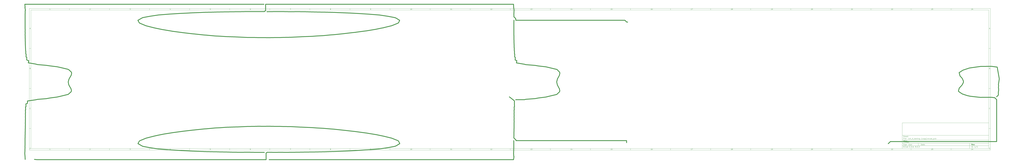
<source format=gbr>
%TF.GenerationSoftware,KiCad,Pcbnew,8.0.3-8.0.3-0~ubuntu20.04.1*%
%TF.CreationDate,2024-07-23T12:49:42-04:00*%
%TF.ProjectId,coil_X_testing (copy),636f696c-5f58-45f7-9465-7374696e6720,rev?*%
%TF.SameCoordinates,Original*%
%TF.FileFunction,Copper,L2,Bot*%
%TF.FilePolarity,Positive*%
%FSLAX46Y46*%
G04 Gerber Fmt 4.6, Leading zero omitted, Abs format (unit mm)*
G04 Created by KiCad (PCBNEW 8.0.3-8.0.3-0~ubuntu20.04.1) date 2024-07-23 12:49:42*
%MOMM*%
%LPD*%
G01*
G04 APERTURE LIST*
%ADD10C,0.100000*%
%ADD11C,0.150000*%
%ADD12C,0.300000*%
%ADD13C,0.400000*%
%TA.AperFunction,Conductor*%
%ADD14C,1.000000*%
%TD*%
G04 APERTURE END LIST*
D10*
D11*
X1099000000Y-153000000D02*
X1207000000Y-153000000D01*
X1207000000Y-185000000D01*
X1099000000Y-185000000D01*
X1099000000Y-153000000D01*
D10*
D11*
X10000000Y-10000000D02*
X1209000000Y-10000000D01*
X1209000000Y-187000000D01*
X10000000Y-187000000D01*
X10000000Y-10000000D01*
D10*
D11*
X12000000Y-12000000D02*
X1207000000Y-12000000D01*
X1207000000Y-185000000D01*
X12000000Y-185000000D01*
X12000000Y-12000000D01*
D10*
D11*
X60000000Y-12000000D02*
X60000000Y-10000000D01*
D10*
D11*
X110000000Y-12000000D02*
X110000000Y-10000000D01*
D10*
D11*
X160000000Y-12000000D02*
X160000000Y-10000000D01*
D10*
D11*
X210000000Y-12000000D02*
X210000000Y-10000000D01*
D10*
D11*
X260000000Y-12000000D02*
X260000000Y-10000000D01*
D10*
D11*
X310000000Y-12000000D02*
X310000000Y-10000000D01*
D10*
D11*
X360000000Y-12000000D02*
X360000000Y-10000000D01*
D10*
D11*
X410000000Y-12000000D02*
X410000000Y-10000000D01*
D10*
D11*
X460000000Y-12000000D02*
X460000000Y-10000000D01*
D10*
D11*
X510000000Y-12000000D02*
X510000000Y-10000000D01*
D10*
D11*
X560000000Y-12000000D02*
X560000000Y-10000000D01*
D10*
D11*
X610000000Y-12000000D02*
X610000000Y-10000000D01*
D10*
D11*
X660000000Y-12000000D02*
X660000000Y-10000000D01*
D10*
D11*
X710000000Y-12000000D02*
X710000000Y-10000000D01*
D10*
D11*
X760000000Y-12000000D02*
X760000000Y-10000000D01*
D10*
D11*
X810000000Y-12000000D02*
X810000000Y-10000000D01*
D10*
D11*
X860000000Y-12000000D02*
X860000000Y-10000000D01*
D10*
D11*
X910000000Y-12000000D02*
X910000000Y-10000000D01*
D10*
D11*
X960000000Y-12000000D02*
X960000000Y-10000000D01*
D10*
D11*
X1010000000Y-12000000D02*
X1010000000Y-10000000D01*
D10*
D11*
X1060000000Y-12000000D02*
X1060000000Y-10000000D01*
D10*
D11*
X1110000000Y-12000000D02*
X1110000000Y-10000000D01*
D10*
D11*
X1160000000Y-12000000D02*
X1160000000Y-10000000D01*
D10*
D11*
X36089160Y-11593604D02*
X35346303Y-11593604D01*
X35717731Y-11593604D02*
X35717731Y-10293604D01*
X35717731Y-10293604D02*
X35593922Y-10479319D01*
X35593922Y-10479319D02*
X35470112Y-10603128D01*
X35470112Y-10603128D02*
X35346303Y-10665033D01*
D10*
D11*
X85346303Y-10417414D02*
X85408207Y-10355509D01*
X85408207Y-10355509D02*
X85532017Y-10293604D01*
X85532017Y-10293604D02*
X85841541Y-10293604D01*
X85841541Y-10293604D02*
X85965350Y-10355509D01*
X85965350Y-10355509D02*
X86027255Y-10417414D01*
X86027255Y-10417414D02*
X86089160Y-10541223D01*
X86089160Y-10541223D02*
X86089160Y-10665033D01*
X86089160Y-10665033D02*
X86027255Y-10850747D01*
X86027255Y-10850747D02*
X85284398Y-11593604D01*
X85284398Y-11593604D02*
X86089160Y-11593604D01*
D10*
D11*
X135284398Y-10293604D02*
X136089160Y-10293604D01*
X136089160Y-10293604D02*
X135655826Y-10788842D01*
X135655826Y-10788842D02*
X135841541Y-10788842D01*
X135841541Y-10788842D02*
X135965350Y-10850747D01*
X135965350Y-10850747D02*
X136027255Y-10912652D01*
X136027255Y-10912652D02*
X136089160Y-11036461D01*
X136089160Y-11036461D02*
X136089160Y-11345985D01*
X136089160Y-11345985D02*
X136027255Y-11469795D01*
X136027255Y-11469795D02*
X135965350Y-11531700D01*
X135965350Y-11531700D02*
X135841541Y-11593604D01*
X135841541Y-11593604D02*
X135470112Y-11593604D01*
X135470112Y-11593604D02*
X135346303Y-11531700D01*
X135346303Y-11531700D02*
X135284398Y-11469795D01*
D10*
D11*
X185965350Y-10726938D02*
X185965350Y-11593604D01*
X185655826Y-10231700D02*
X185346303Y-11160271D01*
X185346303Y-11160271D02*
X186151064Y-11160271D01*
D10*
D11*
X236027255Y-10293604D02*
X235408207Y-10293604D01*
X235408207Y-10293604D02*
X235346303Y-10912652D01*
X235346303Y-10912652D02*
X235408207Y-10850747D01*
X235408207Y-10850747D02*
X235532017Y-10788842D01*
X235532017Y-10788842D02*
X235841541Y-10788842D01*
X235841541Y-10788842D02*
X235965350Y-10850747D01*
X235965350Y-10850747D02*
X236027255Y-10912652D01*
X236027255Y-10912652D02*
X236089160Y-11036461D01*
X236089160Y-11036461D02*
X236089160Y-11345985D01*
X236089160Y-11345985D02*
X236027255Y-11469795D01*
X236027255Y-11469795D02*
X235965350Y-11531700D01*
X235965350Y-11531700D02*
X235841541Y-11593604D01*
X235841541Y-11593604D02*
X235532017Y-11593604D01*
X235532017Y-11593604D02*
X235408207Y-11531700D01*
X235408207Y-11531700D02*
X235346303Y-11469795D01*
D10*
D11*
X285965350Y-10293604D02*
X285717731Y-10293604D01*
X285717731Y-10293604D02*
X285593922Y-10355509D01*
X285593922Y-10355509D02*
X285532017Y-10417414D01*
X285532017Y-10417414D02*
X285408207Y-10603128D01*
X285408207Y-10603128D02*
X285346303Y-10850747D01*
X285346303Y-10850747D02*
X285346303Y-11345985D01*
X285346303Y-11345985D02*
X285408207Y-11469795D01*
X285408207Y-11469795D02*
X285470112Y-11531700D01*
X285470112Y-11531700D02*
X285593922Y-11593604D01*
X285593922Y-11593604D02*
X285841541Y-11593604D01*
X285841541Y-11593604D02*
X285965350Y-11531700D01*
X285965350Y-11531700D02*
X286027255Y-11469795D01*
X286027255Y-11469795D02*
X286089160Y-11345985D01*
X286089160Y-11345985D02*
X286089160Y-11036461D01*
X286089160Y-11036461D02*
X286027255Y-10912652D01*
X286027255Y-10912652D02*
X285965350Y-10850747D01*
X285965350Y-10850747D02*
X285841541Y-10788842D01*
X285841541Y-10788842D02*
X285593922Y-10788842D01*
X285593922Y-10788842D02*
X285470112Y-10850747D01*
X285470112Y-10850747D02*
X285408207Y-10912652D01*
X285408207Y-10912652D02*
X285346303Y-11036461D01*
D10*
D11*
X335284398Y-10293604D02*
X336151064Y-10293604D01*
X336151064Y-10293604D02*
X335593922Y-11593604D01*
D10*
D11*
X385593922Y-10850747D02*
X385470112Y-10788842D01*
X385470112Y-10788842D02*
X385408207Y-10726938D01*
X385408207Y-10726938D02*
X385346303Y-10603128D01*
X385346303Y-10603128D02*
X385346303Y-10541223D01*
X385346303Y-10541223D02*
X385408207Y-10417414D01*
X385408207Y-10417414D02*
X385470112Y-10355509D01*
X385470112Y-10355509D02*
X385593922Y-10293604D01*
X385593922Y-10293604D02*
X385841541Y-10293604D01*
X385841541Y-10293604D02*
X385965350Y-10355509D01*
X385965350Y-10355509D02*
X386027255Y-10417414D01*
X386027255Y-10417414D02*
X386089160Y-10541223D01*
X386089160Y-10541223D02*
X386089160Y-10603128D01*
X386089160Y-10603128D02*
X386027255Y-10726938D01*
X386027255Y-10726938D02*
X385965350Y-10788842D01*
X385965350Y-10788842D02*
X385841541Y-10850747D01*
X385841541Y-10850747D02*
X385593922Y-10850747D01*
X385593922Y-10850747D02*
X385470112Y-10912652D01*
X385470112Y-10912652D02*
X385408207Y-10974557D01*
X385408207Y-10974557D02*
X385346303Y-11098366D01*
X385346303Y-11098366D02*
X385346303Y-11345985D01*
X385346303Y-11345985D02*
X385408207Y-11469795D01*
X385408207Y-11469795D02*
X385470112Y-11531700D01*
X385470112Y-11531700D02*
X385593922Y-11593604D01*
X385593922Y-11593604D02*
X385841541Y-11593604D01*
X385841541Y-11593604D02*
X385965350Y-11531700D01*
X385965350Y-11531700D02*
X386027255Y-11469795D01*
X386027255Y-11469795D02*
X386089160Y-11345985D01*
X386089160Y-11345985D02*
X386089160Y-11098366D01*
X386089160Y-11098366D02*
X386027255Y-10974557D01*
X386027255Y-10974557D02*
X385965350Y-10912652D01*
X385965350Y-10912652D02*
X385841541Y-10850747D01*
D10*
D11*
X435470112Y-11593604D02*
X435717731Y-11593604D01*
X435717731Y-11593604D02*
X435841541Y-11531700D01*
X435841541Y-11531700D02*
X435903445Y-11469795D01*
X435903445Y-11469795D02*
X436027255Y-11284080D01*
X436027255Y-11284080D02*
X436089160Y-11036461D01*
X436089160Y-11036461D02*
X436089160Y-10541223D01*
X436089160Y-10541223D02*
X436027255Y-10417414D01*
X436027255Y-10417414D02*
X435965350Y-10355509D01*
X435965350Y-10355509D02*
X435841541Y-10293604D01*
X435841541Y-10293604D02*
X435593922Y-10293604D01*
X435593922Y-10293604D02*
X435470112Y-10355509D01*
X435470112Y-10355509D02*
X435408207Y-10417414D01*
X435408207Y-10417414D02*
X435346303Y-10541223D01*
X435346303Y-10541223D02*
X435346303Y-10850747D01*
X435346303Y-10850747D02*
X435408207Y-10974557D01*
X435408207Y-10974557D02*
X435470112Y-11036461D01*
X435470112Y-11036461D02*
X435593922Y-11098366D01*
X435593922Y-11098366D02*
X435841541Y-11098366D01*
X435841541Y-11098366D02*
X435965350Y-11036461D01*
X435965350Y-11036461D02*
X436027255Y-10974557D01*
X436027255Y-10974557D02*
X436089160Y-10850747D01*
D10*
D11*
X486089160Y-11593604D02*
X485346303Y-11593604D01*
X485717731Y-11593604D02*
X485717731Y-10293604D01*
X485717731Y-10293604D02*
X485593922Y-10479319D01*
X485593922Y-10479319D02*
X485470112Y-10603128D01*
X485470112Y-10603128D02*
X485346303Y-10665033D01*
X486893921Y-10293604D02*
X487017731Y-10293604D01*
X487017731Y-10293604D02*
X487141540Y-10355509D01*
X487141540Y-10355509D02*
X487203445Y-10417414D01*
X487203445Y-10417414D02*
X487265350Y-10541223D01*
X487265350Y-10541223D02*
X487327255Y-10788842D01*
X487327255Y-10788842D02*
X487327255Y-11098366D01*
X487327255Y-11098366D02*
X487265350Y-11345985D01*
X487265350Y-11345985D02*
X487203445Y-11469795D01*
X487203445Y-11469795D02*
X487141540Y-11531700D01*
X487141540Y-11531700D02*
X487017731Y-11593604D01*
X487017731Y-11593604D02*
X486893921Y-11593604D01*
X486893921Y-11593604D02*
X486770112Y-11531700D01*
X486770112Y-11531700D02*
X486708207Y-11469795D01*
X486708207Y-11469795D02*
X486646302Y-11345985D01*
X486646302Y-11345985D02*
X486584398Y-11098366D01*
X486584398Y-11098366D02*
X486584398Y-10788842D01*
X486584398Y-10788842D02*
X486646302Y-10541223D01*
X486646302Y-10541223D02*
X486708207Y-10417414D01*
X486708207Y-10417414D02*
X486770112Y-10355509D01*
X486770112Y-10355509D02*
X486893921Y-10293604D01*
D10*
D11*
X536089160Y-11593604D02*
X535346303Y-11593604D01*
X535717731Y-11593604D02*
X535717731Y-10293604D01*
X535717731Y-10293604D02*
X535593922Y-10479319D01*
X535593922Y-10479319D02*
X535470112Y-10603128D01*
X535470112Y-10603128D02*
X535346303Y-10665033D01*
X537327255Y-11593604D02*
X536584398Y-11593604D01*
X536955826Y-11593604D02*
X536955826Y-10293604D01*
X536955826Y-10293604D02*
X536832017Y-10479319D01*
X536832017Y-10479319D02*
X536708207Y-10603128D01*
X536708207Y-10603128D02*
X536584398Y-10665033D01*
D10*
D11*
X586089160Y-11593604D02*
X585346303Y-11593604D01*
X585717731Y-11593604D02*
X585717731Y-10293604D01*
X585717731Y-10293604D02*
X585593922Y-10479319D01*
X585593922Y-10479319D02*
X585470112Y-10603128D01*
X585470112Y-10603128D02*
X585346303Y-10665033D01*
X586584398Y-10417414D02*
X586646302Y-10355509D01*
X586646302Y-10355509D02*
X586770112Y-10293604D01*
X586770112Y-10293604D02*
X587079636Y-10293604D01*
X587079636Y-10293604D02*
X587203445Y-10355509D01*
X587203445Y-10355509D02*
X587265350Y-10417414D01*
X587265350Y-10417414D02*
X587327255Y-10541223D01*
X587327255Y-10541223D02*
X587327255Y-10665033D01*
X587327255Y-10665033D02*
X587265350Y-10850747D01*
X587265350Y-10850747D02*
X586522493Y-11593604D01*
X586522493Y-11593604D02*
X587327255Y-11593604D01*
D10*
D11*
X636089160Y-11593604D02*
X635346303Y-11593604D01*
X635717731Y-11593604D02*
X635717731Y-10293604D01*
X635717731Y-10293604D02*
X635593922Y-10479319D01*
X635593922Y-10479319D02*
X635470112Y-10603128D01*
X635470112Y-10603128D02*
X635346303Y-10665033D01*
X636522493Y-10293604D02*
X637327255Y-10293604D01*
X637327255Y-10293604D02*
X636893921Y-10788842D01*
X636893921Y-10788842D02*
X637079636Y-10788842D01*
X637079636Y-10788842D02*
X637203445Y-10850747D01*
X637203445Y-10850747D02*
X637265350Y-10912652D01*
X637265350Y-10912652D02*
X637327255Y-11036461D01*
X637327255Y-11036461D02*
X637327255Y-11345985D01*
X637327255Y-11345985D02*
X637265350Y-11469795D01*
X637265350Y-11469795D02*
X637203445Y-11531700D01*
X637203445Y-11531700D02*
X637079636Y-11593604D01*
X637079636Y-11593604D02*
X636708207Y-11593604D01*
X636708207Y-11593604D02*
X636584398Y-11531700D01*
X636584398Y-11531700D02*
X636522493Y-11469795D01*
D10*
D11*
X686089160Y-11593604D02*
X685346303Y-11593604D01*
X685717731Y-11593604D02*
X685717731Y-10293604D01*
X685717731Y-10293604D02*
X685593922Y-10479319D01*
X685593922Y-10479319D02*
X685470112Y-10603128D01*
X685470112Y-10603128D02*
X685346303Y-10665033D01*
X687203445Y-10726938D02*
X687203445Y-11593604D01*
X686893921Y-10231700D02*
X686584398Y-11160271D01*
X686584398Y-11160271D02*
X687389159Y-11160271D01*
D10*
D11*
X736089160Y-11593604D02*
X735346303Y-11593604D01*
X735717731Y-11593604D02*
X735717731Y-10293604D01*
X735717731Y-10293604D02*
X735593922Y-10479319D01*
X735593922Y-10479319D02*
X735470112Y-10603128D01*
X735470112Y-10603128D02*
X735346303Y-10665033D01*
X737265350Y-10293604D02*
X736646302Y-10293604D01*
X736646302Y-10293604D02*
X736584398Y-10912652D01*
X736584398Y-10912652D02*
X736646302Y-10850747D01*
X736646302Y-10850747D02*
X736770112Y-10788842D01*
X736770112Y-10788842D02*
X737079636Y-10788842D01*
X737079636Y-10788842D02*
X737203445Y-10850747D01*
X737203445Y-10850747D02*
X737265350Y-10912652D01*
X737265350Y-10912652D02*
X737327255Y-11036461D01*
X737327255Y-11036461D02*
X737327255Y-11345985D01*
X737327255Y-11345985D02*
X737265350Y-11469795D01*
X737265350Y-11469795D02*
X737203445Y-11531700D01*
X737203445Y-11531700D02*
X737079636Y-11593604D01*
X737079636Y-11593604D02*
X736770112Y-11593604D01*
X736770112Y-11593604D02*
X736646302Y-11531700D01*
X736646302Y-11531700D02*
X736584398Y-11469795D01*
D10*
D11*
X786089160Y-11593604D02*
X785346303Y-11593604D01*
X785717731Y-11593604D02*
X785717731Y-10293604D01*
X785717731Y-10293604D02*
X785593922Y-10479319D01*
X785593922Y-10479319D02*
X785470112Y-10603128D01*
X785470112Y-10603128D02*
X785346303Y-10665033D01*
X787203445Y-10293604D02*
X786955826Y-10293604D01*
X786955826Y-10293604D02*
X786832017Y-10355509D01*
X786832017Y-10355509D02*
X786770112Y-10417414D01*
X786770112Y-10417414D02*
X786646302Y-10603128D01*
X786646302Y-10603128D02*
X786584398Y-10850747D01*
X786584398Y-10850747D02*
X786584398Y-11345985D01*
X786584398Y-11345985D02*
X786646302Y-11469795D01*
X786646302Y-11469795D02*
X786708207Y-11531700D01*
X786708207Y-11531700D02*
X786832017Y-11593604D01*
X786832017Y-11593604D02*
X787079636Y-11593604D01*
X787079636Y-11593604D02*
X787203445Y-11531700D01*
X787203445Y-11531700D02*
X787265350Y-11469795D01*
X787265350Y-11469795D02*
X787327255Y-11345985D01*
X787327255Y-11345985D02*
X787327255Y-11036461D01*
X787327255Y-11036461D02*
X787265350Y-10912652D01*
X787265350Y-10912652D02*
X787203445Y-10850747D01*
X787203445Y-10850747D02*
X787079636Y-10788842D01*
X787079636Y-10788842D02*
X786832017Y-10788842D01*
X786832017Y-10788842D02*
X786708207Y-10850747D01*
X786708207Y-10850747D02*
X786646302Y-10912652D01*
X786646302Y-10912652D02*
X786584398Y-11036461D01*
D10*
D11*
X836089160Y-11593604D02*
X835346303Y-11593604D01*
X835717731Y-11593604D02*
X835717731Y-10293604D01*
X835717731Y-10293604D02*
X835593922Y-10479319D01*
X835593922Y-10479319D02*
X835470112Y-10603128D01*
X835470112Y-10603128D02*
X835346303Y-10665033D01*
X836522493Y-10293604D02*
X837389159Y-10293604D01*
X837389159Y-10293604D02*
X836832017Y-11593604D01*
D10*
D11*
X886089160Y-11593604D02*
X885346303Y-11593604D01*
X885717731Y-11593604D02*
X885717731Y-10293604D01*
X885717731Y-10293604D02*
X885593922Y-10479319D01*
X885593922Y-10479319D02*
X885470112Y-10603128D01*
X885470112Y-10603128D02*
X885346303Y-10665033D01*
X886832017Y-10850747D02*
X886708207Y-10788842D01*
X886708207Y-10788842D02*
X886646302Y-10726938D01*
X886646302Y-10726938D02*
X886584398Y-10603128D01*
X886584398Y-10603128D02*
X886584398Y-10541223D01*
X886584398Y-10541223D02*
X886646302Y-10417414D01*
X886646302Y-10417414D02*
X886708207Y-10355509D01*
X886708207Y-10355509D02*
X886832017Y-10293604D01*
X886832017Y-10293604D02*
X887079636Y-10293604D01*
X887079636Y-10293604D02*
X887203445Y-10355509D01*
X887203445Y-10355509D02*
X887265350Y-10417414D01*
X887265350Y-10417414D02*
X887327255Y-10541223D01*
X887327255Y-10541223D02*
X887327255Y-10603128D01*
X887327255Y-10603128D02*
X887265350Y-10726938D01*
X887265350Y-10726938D02*
X887203445Y-10788842D01*
X887203445Y-10788842D02*
X887079636Y-10850747D01*
X887079636Y-10850747D02*
X886832017Y-10850747D01*
X886832017Y-10850747D02*
X886708207Y-10912652D01*
X886708207Y-10912652D02*
X886646302Y-10974557D01*
X886646302Y-10974557D02*
X886584398Y-11098366D01*
X886584398Y-11098366D02*
X886584398Y-11345985D01*
X886584398Y-11345985D02*
X886646302Y-11469795D01*
X886646302Y-11469795D02*
X886708207Y-11531700D01*
X886708207Y-11531700D02*
X886832017Y-11593604D01*
X886832017Y-11593604D02*
X887079636Y-11593604D01*
X887079636Y-11593604D02*
X887203445Y-11531700D01*
X887203445Y-11531700D02*
X887265350Y-11469795D01*
X887265350Y-11469795D02*
X887327255Y-11345985D01*
X887327255Y-11345985D02*
X887327255Y-11098366D01*
X887327255Y-11098366D02*
X887265350Y-10974557D01*
X887265350Y-10974557D02*
X887203445Y-10912652D01*
X887203445Y-10912652D02*
X887079636Y-10850747D01*
D10*
D11*
X936089160Y-11593604D02*
X935346303Y-11593604D01*
X935717731Y-11593604D02*
X935717731Y-10293604D01*
X935717731Y-10293604D02*
X935593922Y-10479319D01*
X935593922Y-10479319D02*
X935470112Y-10603128D01*
X935470112Y-10603128D02*
X935346303Y-10665033D01*
X936708207Y-11593604D02*
X936955826Y-11593604D01*
X936955826Y-11593604D02*
X937079636Y-11531700D01*
X937079636Y-11531700D02*
X937141540Y-11469795D01*
X937141540Y-11469795D02*
X937265350Y-11284080D01*
X937265350Y-11284080D02*
X937327255Y-11036461D01*
X937327255Y-11036461D02*
X937327255Y-10541223D01*
X937327255Y-10541223D02*
X937265350Y-10417414D01*
X937265350Y-10417414D02*
X937203445Y-10355509D01*
X937203445Y-10355509D02*
X937079636Y-10293604D01*
X937079636Y-10293604D02*
X936832017Y-10293604D01*
X936832017Y-10293604D02*
X936708207Y-10355509D01*
X936708207Y-10355509D02*
X936646302Y-10417414D01*
X936646302Y-10417414D02*
X936584398Y-10541223D01*
X936584398Y-10541223D02*
X936584398Y-10850747D01*
X936584398Y-10850747D02*
X936646302Y-10974557D01*
X936646302Y-10974557D02*
X936708207Y-11036461D01*
X936708207Y-11036461D02*
X936832017Y-11098366D01*
X936832017Y-11098366D02*
X937079636Y-11098366D01*
X937079636Y-11098366D02*
X937203445Y-11036461D01*
X937203445Y-11036461D02*
X937265350Y-10974557D01*
X937265350Y-10974557D02*
X937327255Y-10850747D01*
D10*
D11*
X985346303Y-10417414D02*
X985408207Y-10355509D01*
X985408207Y-10355509D02*
X985532017Y-10293604D01*
X985532017Y-10293604D02*
X985841541Y-10293604D01*
X985841541Y-10293604D02*
X985965350Y-10355509D01*
X985965350Y-10355509D02*
X986027255Y-10417414D01*
X986027255Y-10417414D02*
X986089160Y-10541223D01*
X986089160Y-10541223D02*
X986089160Y-10665033D01*
X986089160Y-10665033D02*
X986027255Y-10850747D01*
X986027255Y-10850747D02*
X985284398Y-11593604D01*
X985284398Y-11593604D02*
X986089160Y-11593604D01*
X986893921Y-10293604D02*
X987017731Y-10293604D01*
X987017731Y-10293604D02*
X987141540Y-10355509D01*
X987141540Y-10355509D02*
X987203445Y-10417414D01*
X987203445Y-10417414D02*
X987265350Y-10541223D01*
X987265350Y-10541223D02*
X987327255Y-10788842D01*
X987327255Y-10788842D02*
X987327255Y-11098366D01*
X987327255Y-11098366D02*
X987265350Y-11345985D01*
X987265350Y-11345985D02*
X987203445Y-11469795D01*
X987203445Y-11469795D02*
X987141540Y-11531700D01*
X987141540Y-11531700D02*
X987017731Y-11593604D01*
X987017731Y-11593604D02*
X986893921Y-11593604D01*
X986893921Y-11593604D02*
X986770112Y-11531700D01*
X986770112Y-11531700D02*
X986708207Y-11469795D01*
X986708207Y-11469795D02*
X986646302Y-11345985D01*
X986646302Y-11345985D02*
X986584398Y-11098366D01*
X986584398Y-11098366D02*
X986584398Y-10788842D01*
X986584398Y-10788842D02*
X986646302Y-10541223D01*
X986646302Y-10541223D02*
X986708207Y-10417414D01*
X986708207Y-10417414D02*
X986770112Y-10355509D01*
X986770112Y-10355509D02*
X986893921Y-10293604D01*
D10*
D11*
X1035346303Y-10417414D02*
X1035408207Y-10355509D01*
X1035408207Y-10355509D02*
X1035532017Y-10293604D01*
X1035532017Y-10293604D02*
X1035841541Y-10293604D01*
X1035841541Y-10293604D02*
X1035965350Y-10355509D01*
X1035965350Y-10355509D02*
X1036027255Y-10417414D01*
X1036027255Y-10417414D02*
X1036089160Y-10541223D01*
X1036089160Y-10541223D02*
X1036089160Y-10665033D01*
X1036089160Y-10665033D02*
X1036027255Y-10850747D01*
X1036027255Y-10850747D02*
X1035284398Y-11593604D01*
X1035284398Y-11593604D02*
X1036089160Y-11593604D01*
X1037327255Y-11593604D02*
X1036584398Y-11593604D01*
X1036955826Y-11593604D02*
X1036955826Y-10293604D01*
X1036955826Y-10293604D02*
X1036832017Y-10479319D01*
X1036832017Y-10479319D02*
X1036708207Y-10603128D01*
X1036708207Y-10603128D02*
X1036584398Y-10665033D01*
D10*
D11*
X1085346303Y-10417414D02*
X1085408207Y-10355509D01*
X1085408207Y-10355509D02*
X1085532017Y-10293604D01*
X1085532017Y-10293604D02*
X1085841541Y-10293604D01*
X1085841541Y-10293604D02*
X1085965350Y-10355509D01*
X1085965350Y-10355509D02*
X1086027255Y-10417414D01*
X1086027255Y-10417414D02*
X1086089160Y-10541223D01*
X1086089160Y-10541223D02*
X1086089160Y-10665033D01*
X1086089160Y-10665033D02*
X1086027255Y-10850747D01*
X1086027255Y-10850747D02*
X1085284398Y-11593604D01*
X1085284398Y-11593604D02*
X1086089160Y-11593604D01*
X1086584398Y-10417414D02*
X1086646302Y-10355509D01*
X1086646302Y-10355509D02*
X1086770112Y-10293604D01*
X1086770112Y-10293604D02*
X1087079636Y-10293604D01*
X1087079636Y-10293604D02*
X1087203445Y-10355509D01*
X1087203445Y-10355509D02*
X1087265350Y-10417414D01*
X1087265350Y-10417414D02*
X1087327255Y-10541223D01*
X1087327255Y-10541223D02*
X1087327255Y-10665033D01*
X1087327255Y-10665033D02*
X1087265350Y-10850747D01*
X1087265350Y-10850747D02*
X1086522493Y-11593604D01*
X1086522493Y-11593604D02*
X1087327255Y-11593604D01*
D10*
D11*
X1135346303Y-10417414D02*
X1135408207Y-10355509D01*
X1135408207Y-10355509D02*
X1135532017Y-10293604D01*
X1135532017Y-10293604D02*
X1135841541Y-10293604D01*
X1135841541Y-10293604D02*
X1135965350Y-10355509D01*
X1135965350Y-10355509D02*
X1136027255Y-10417414D01*
X1136027255Y-10417414D02*
X1136089160Y-10541223D01*
X1136089160Y-10541223D02*
X1136089160Y-10665033D01*
X1136089160Y-10665033D02*
X1136027255Y-10850747D01*
X1136027255Y-10850747D02*
X1135284398Y-11593604D01*
X1135284398Y-11593604D02*
X1136089160Y-11593604D01*
X1136522493Y-10293604D02*
X1137327255Y-10293604D01*
X1137327255Y-10293604D02*
X1136893921Y-10788842D01*
X1136893921Y-10788842D02*
X1137079636Y-10788842D01*
X1137079636Y-10788842D02*
X1137203445Y-10850747D01*
X1137203445Y-10850747D02*
X1137265350Y-10912652D01*
X1137265350Y-10912652D02*
X1137327255Y-11036461D01*
X1137327255Y-11036461D02*
X1137327255Y-11345985D01*
X1137327255Y-11345985D02*
X1137265350Y-11469795D01*
X1137265350Y-11469795D02*
X1137203445Y-11531700D01*
X1137203445Y-11531700D02*
X1137079636Y-11593604D01*
X1137079636Y-11593604D02*
X1136708207Y-11593604D01*
X1136708207Y-11593604D02*
X1136584398Y-11531700D01*
X1136584398Y-11531700D02*
X1136522493Y-11469795D01*
D10*
D11*
X1185346303Y-10417414D02*
X1185408207Y-10355509D01*
X1185408207Y-10355509D02*
X1185532017Y-10293604D01*
X1185532017Y-10293604D02*
X1185841541Y-10293604D01*
X1185841541Y-10293604D02*
X1185965350Y-10355509D01*
X1185965350Y-10355509D02*
X1186027255Y-10417414D01*
X1186027255Y-10417414D02*
X1186089160Y-10541223D01*
X1186089160Y-10541223D02*
X1186089160Y-10665033D01*
X1186089160Y-10665033D02*
X1186027255Y-10850747D01*
X1186027255Y-10850747D02*
X1185284398Y-11593604D01*
X1185284398Y-11593604D02*
X1186089160Y-11593604D01*
X1187203445Y-10726938D02*
X1187203445Y-11593604D01*
X1186893921Y-10231700D02*
X1186584398Y-11160271D01*
X1186584398Y-11160271D02*
X1187389159Y-11160271D01*
D10*
D11*
X60000000Y-185000000D02*
X60000000Y-187000000D01*
D10*
D11*
X110000000Y-185000000D02*
X110000000Y-187000000D01*
D10*
D11*
X160000000Y-185000000D02*
X160000000Y-187000000D01*
D10*
D11*
X210000000Y-185000000D02*
X210000000Y-187000000D01*
D10*
D11*
X260000000Y-185000000D02*
X260000000Y-187000000D01*
D10*
D11*
X310000000Y-185000000D02*
X310000000Y-187000000D01*
D10*
D11*
X360000000Y-185000000D02*
X360000000Y-187000000D01*
D10*
D11*
X410000000Y-185000000D02*
X410000000Y-187000000D01*
D10*
D11*
X460000000Y-185000000D02*
X460000000Y-187000000D01*
D10*
D11*
X510000000Y-185000000D02*
X510000000Y-187000000D01*
D10*
D11*
X560000000Y-185000000D02*
X560000000Y-187000000D01*
D10*
D11*
X610000000Y-185000000D02*
X610000000Y-187000000D01*
D10*
D11*
X660000000Y-185000000D02*
X660000000Y-187000000D01*
D10*
D11*
X710000000Y-185000000D02*
X710000000Y-187000000D01*
D10*
D11*
X760000000Y-185000000D02*
X760000000Y-187000000D01*
D10*
D11*
X810000000Y-185000000D02*
X810000000Y-187000000D01*
D10*
D11*
X860000000Y-185000000D02*
X860000000Y-187000000D01*
D10*
D11*
X910000000Y-185000000D02*
X910000000Y-187000000D01*
D10*
D11*
X960000000Y-185000000D02*
X960000000Y-187000000D01*
D10*
D11*
X1010000000Y-185000000D02*
X1010000000Y-187000000D01*
D10*
D11*
X1060000000Y-185000000D02*
X1060000000Y-187000000D01*
D10*
D11*
X1110000000Y-185000000D02*
X1110000000Y-187000000D01*
D10*
D11*
X1160000000Y-185000000D02*
X1160000000Y-187000000D01*
D10*
D11*
X36089160Y-186593604D02*
X35346303Y-186593604D01*
X35717731Y-186593604D02*
X35717731Y-185293604D01*
X35717731Y-185293604D02*
X35593922Y-185479319D01*
X35593922Y-185479319D02*
X35470112Y-185603128D01*
X35470112Y-185603128D02*
X35346303Y-185665033D01*
D10*
D11*
X85346303Y-185417414D02*
X85408207Y-185355509D01*
X85408207Y-185355509D02*
X85532017Y-185293604D01*
X85532017Y-185293604D02*
X85841541Y-185293604D01*
X85841541Y-185293604D02*
X85965350Y-185355509D01*
X85965350Y-185355509D02*
X86027255Y-185417414D01*
X86027255Y-185417414D02*
X86089160Y-185541223D01*
X86089160Y-185541223D02*
X86089160Y-185665033D01*
X86089160Y-185665033D02*
X86027255Y-185850747D01*
X86027255Y-185850747D02*
X85284398Y-186593604D01*
X85284398Y-186593604D02*
X86089160Y-186593604D01*
D10*
D11*
X135284398Y-185293604D02*
X136089160Y-185293604D01*
X136089160Y-185293604D02*
X135655826Y-185788842D01*
X135655826Y-185788842D02*
X135841541Y-185788842D01*
X135841541Y-185788842D02*
X135965350Y-185850747D01*
X135965350Y-185850747D02*
X136027255Y-185912652D01*
X136027255Y-185912652D02*
X136089160Y-186036461D01*
X136089160Y-186036461D02*
X136089160Y-186345985D01*
X136089160Y-186345985D02*
X136027255Y-186469795D01*
X136027255Y-186469795D02*
X135965350Y-186531700D01*
X135965350Y-186531700D02*
X135841541Y-186593604D01*
X135841541Y-186593604D02*
X135470112Y-186593604D01*
X135470112Y-186593604D02*
X135346303Y-186531700D01*
X135346303Y-186531700D02*
X135284398Y-186469795D01*
D10*
D11*
X185965350Y-185726938D02*
X185965350Y-186593604D01*
X185655826Y-185231700D02*
X185346303Y-186160271D01*
X185346303Y-186160271D02*
X186151064Y-186160271D01*
D10*
D11*
X236027255Y-185293604D02*
X235408207Y-185293604D01*
X235408207Y-185293604D02*
X235346303Y-185912652D01*
X235346303Y-185912652D02*
X235408207Y-185850747D01*
X235408207Y-185850747D02*
X235532017Y-185788842D01*
X235532017Y-185788842D02*
X235841541Y-185788842D01*
X235841541Y-185788842D02*
X235965350Y-185850747D01*
X235965350Y-185850747D02*
X236027255Y-185912652D01*
X236027255Y-185912652D02*
X236089160Y-186036461D01*
X236089160Y-186036461D02*
X236089160Y-186345985D01*
X236089160Y-186345985D02*
X236027255Y-186469795D01*
X236027255Y-186469795D02*
X235965350Y-186531700D01*
X235965350Y-186531700D02*
X235841541Y-186593604D01*
X235841541Y-186593604D02*
X235532017Y-186593604D01*
X235532017Y-186593604D02*
X235408207Y-186531700D01*
X235408207Y-186531700D02*
X235346303Y-186469795D01*
D10*
D11*
X285965350Y-185293604D02*
X285717731Y-185293604D01*
X285717731Y-185293604D02*
X285593922Y-185355509D01*
X285593922Y-185355509D02*
X285532017Y-185417414D01*
X285532017Y-185417414D02*
X285408207Y-185603128D01*
X285408207Y-185603128D02*
X285346303Y-185850747D01*
X285346303Y-185850747D02*
X285346303Y-186345985D01*
X285346303Y-186345985D02*
X285408207Y-186469795D01*
X285408207Y-186469795D02*
X285470112Y-186531700D01*
X285470112Y-186531700D02*
X285593922Y-186593604D01*
X285593922Y-186593604D02*
X285841541Y-186593604D01*
X285841541Y-186593604D02*
X285965350Y-186531700D01*
X285965350Y-186531700D02*
X286027255Y-186469795D01*
X286027255Y-186469795D02*
X286089160Y-186345985D01*
X286089160Y-186345985D02*
X286089160Y-186036461D01*
X286089160Y-186036461D02*
X286027255Y-185912652D01*
X286027255Y-185912652D02*
X285965350Y-185850747D01*
X285965350Y-185850747D02*
X285841541Y-185788842D01*
X285841541Y-185788842D02*
X285593922Y-185788842D01*
X285593922Y-185788842D02*
X285470112Y-185850747D01*
X285470112Y-185850747D02*
X285408207Y-185912652D01*
X285408207Y-185912652D02*
X285346303Y-186036461D01*
D10*
D11*
X335284398Y-185293604D02*
X336151064Y-185293604D01*
X336151064Y-185293604D02*
X335593922Y-186593604D01*
D10*
D11*
X385593922Y-185850747D02*
X385470112Y-185788842D01*
X385470112Y-185788842D02*
X385408207Y-185726938D01*
X385408207Y-185726938D02*
X385346303Y-185603128D01*
X385346303Y-185603128D02*
X385346303Y-185541223D01*
X385346303Y-185541223D02*
X385408207Y-185417414D01*
X385408207Y-185417414D02*
X385470112Y-185355509D01*
X385470112Y-185355509D02*
X385593922Y-185293604D01*
X385593922Y-185293604D02*
X385841541Y-185293604D01*
X385841541Y-185293604D02*
X385965350Y-185355509D01*
X385965350Y-185355509D02*
X386027255Y-185417414D01*
X386027255Y-185417414D02*
X386089160Y-185541223D01*
X386089160Y-185541223D02*
X386089160Y-185603128D01*
X386089160Y-185603128D02*
X386027255Y-185726938D01*
X386027255Y-185726938D02*
X385965350Y-185788842D01*
X385965350Y-185788842D02*
X385841541Y-185850747D01*
X385841541Y-185850747D02*
X385593922Y-185850747D01*
X385593922Y-185850747D02*
X385470112Y-185912652D01*
X385470112Y-185912652D02*
X385408207Y-185974557D01*
X385408207Y-185974557D02*
X385346303Y-186098366D01*
X385346303Y-186098366D02*
X385346303Y-186345985D01*
X385346303Y-186345985D02*
X385408207Y-186469795D01*
X385408207Y-186469795D02*
X385470112Y-186531700D01*
X385470112Y-186531700D02*
X385593922Y-186593604D01*
X385593922Y-186593604D02*
X385841541Y-186593604D01*
X385841541Y-186593604D02*
X385965350Y-186531700D01*
X385965350Y-186531700D02*
X386027255Y-186469795D01*
X386027255Y-186469795D02*
X386089160Y-186345985D01*
X386089160Y-186345985D02*
X386089160Y-186098366D01*
X386089160Y-186098366D02*
X386027255Y-185974557D01*
X386027255Y-185974557D02*
X385965350Y-185912652D01*
X385965350Y-185912652D02*
X385841541Y-185850747D01*
D10*
D11*
X435470112Y-186593604D02*
X435717731Y-186593604D01*
X435717731Y-186593604D02*
X435841541Y-186531700D01*
X435841541Y-186531700D02*
X435903445Y-186469795D01*
X435903445Y-186469795D02*
X436027255Y-186284080D01*
X436027255Y-186284080D02*
X436089160Y-186036461D01*
X436089160Y-186036461D02*
X436089160Y-185541223D01*
X436089160Y-185541223D02*
X436027255Y-185417414D01*
X436027255Y-185417414D02*
X435965350Y-185355509D01*
X435965350Y-185355509D02*
X435841541Y-185293604D01*
X435841541Y-185293604D02*
X435593922Y-185293604D01*
X435593922Y-185293604D02*
X435470112Y-185355509D01*
X435470112Y-185355509D02*
X435408207Y-185417414D01*
X435408207Y-185417414D02*
X435346303Y-185541223D01*
X435346303Y-185541223D02*
X435346303Y-185850747D01*
X435346303Y-185850747D02*
X435408207Y-185974557D01*
X435408207Y-185974557D02*
X435470112Y-186036461D01*
X435470112Y-186036461D02*
X435593922Y-186098366D01*
X435593922Y-186098366D02*
X435841541Y-186098366D01*
X435841541Y-186098366D02*
X435965350Y-186036461D01*
X435965350Y-186036461D02*
X436027255Y-185974557D01*
X436027255Y-185974557D02*
X436089160Y-185850747D01*
D10*
D11*
X486089160Y-186593604D02*
X485346303Y-186593604D01*
X485717731Y-186593604D02*
X485717731Y-185293604D01*
X485717731Y-185293604D02*
X485593922Y-185479319D01*
X485593922Y-185479319D02*
X485470112Y-185603128D01*
X485470112Y-185603128D02*
X485346303Y-185665033D01*
X486893921Y-185293604D02*
X487017731Y-185293604D01*
X487017731Y-185293604D02*
X487141540Y-185355509D01*
X487141540Y-185355509D02*
X487203445Y-185417414D01*
X487203445Y-185417414D02*
X487265350Y-185541223D01*
X487265350Y-185541223D02*
X487327255Y-185788842D01*
X487327255Y-185788842D02*
X487327255Y-186098366D01*
X487327255Y-186098366D02*
X487265350Y-186345985D01*
X487265350Y-186345985D02*
X487203445Y-186469795D01*
X487203445Y-186469795D02*
X487141540Y-186531700D01*
X487141540Y-186531700D02*
X487017731Y-186593604D01*
X487017731Y-186593604D02*
X486893921Y-186593604D01*
X486893921Y-186593604D02*
X486770112Y-186531700D01*
X486770112Y-186531700D02*
X486708207Y-186469795D01*
X486708207Y-186469795D02*
X486646302Y-186345985D01*
X486646302Y-186345985D02*
X486584398Y-186098366D01*
X486584398Y-186098366D02*
X486584398Y-185788842D01*
X486584398Y-185788842D02*
X486646302Y-185541223D01*
X486646302Y-185541223D02*
X486708207Y-185417414D01*
X486708207Y-185417414D02*
X486770112Y-185355509D01*
X486770112Y-185355509D02*
X486893921Y-185293604D01*
D10*
D11*
X536089160Y-186593604D02*
X535346303Y-186593604D01*
X535717731Y-186593604D02*
X535717731Y-185293604D01*
X535717731Y-185293604D02*
X535593922Y-185479319D01*
X535593922Y-185479319D02*
X535470112Y-185603128D01*
X535470112Y-185603128D02*
X535346303Y-185665033D01*
X537327255Y-186593604D02*
X536584398Y-186593604D01*
X536955826Y-186593604D02*
X536955826Y-185293604D01*
X536955826Y-185293604D02*
X536832017Y-185479319D01*
X536832017Y-185479319D02*
X536708207Y-185603128D01*
X536708207Y-185603128D02*
X536584398Y-185665033D01*
D10*
D11*
X586089160Y-186593604D02*
X585346303Y-186593604D01*
X585717731Y-186593604D02*
X585717731Y-185293604D01*
X585717731Y-185293604D02*
X585593922Y-185479319D01*
X585593922Y-185479319D02*
X585470112Y-185603128D01*
X585470112Y-185603128D02*
X585346303Y-185665033D01*
X586584398Y-185417414D02*
X586646302Y-185355509D01*
X586646302Y-185355509D02*
X586770112Y-185293604D01*
X586770112Y-185293604D02*
X587079636Y-185293604D01*
X587079636Y-185293604D02*
X587203445Y-185355509D01*
X587203445Y-185355509D02*
X587265350Y-185417414D01*
X587265350Y-185417414D02*
X587327255Y-185541223D01*
X587327255Y-185541223D02*
X587327255Y-185665033D01*
X587327255Y-185665033D02*
X587265350Y-185850747D01*
X587265350Y-185850747D02*
X586522493Y-186593604D01*
X586522493Y-186593604D02*
X587327255Y-186593604D01*
D10*
D11*
X636089160Y-186593604D02*
X635346303Y-186593604D01*
X635717731Y-186593604D02*
X635717731Y-185293604D01*
X635717731Y-185293604D02*
X635593922Y-185479319D01*
X635593922Y-185479319D02*
X635470112Y-185603128D01*
X635470112Y-185603128D02*
X635346303Y-185665033D01*
X636522493Y-185293604D02*
X637327255Y-185293604D01*
X637327255Y-185293604D02*
X636893921Y-185788842D01*
X636893921Y-185788842D02*
X637079636Y-185788842D01*
X637079636Y-185788842D02*
X637203445Y-185850747D01*
X637203445Y-185850747D02*
X637265350Y-185912652D01*
X637265350Y-185912652D02*
X637327255Y-186036461D01*
X637327255Y-186036461D02*
X637327255Y-186345985D01*
X637327255Y-186345985D02*
X637265350Y-186469795D01*
X637265350Y-186469795D02*
X637203445Y-186531700D01*
X637203445Y-186531700D02*
X637079636Y-186593604D01*
X637079636Y-186593604D02*
X636708207Y-186593604D01*
X636708207Y-186593604D02*
X636584398Y-186531700D01*
X636584398Y-186531700D02*
X636522493Y-186469795D01*
D10*
D11*
X686089160Y-186593604D02*
X685346303Y-186593604D01*
X685717731Y-186593604D02*
X685717731Y-185293604D01*
X685717731Y-185293604D02*
X685593922Y-185479319D01*
X685593922Y-185479319D02*
X685470112Y-185603128D01*
X685470112Y-185603128D02*
X685346303Y-185665033D01*
X687203445Y-185726938D02*
X687203445Y-186593604D01*
X686893921Y-185231700D02*
X686584398Y-186160271D01*
X686584398Y-186160271D02*
X687389159Y-186160271D01*
D10*
D11*
X736089160Y-186593604D02*
X735346303Y-186593604D01*
X735717731Y-186593604D02*
X735717731Y-185293604D01*
X735717731Y-185293604D02*
X735593922Y-185479319D01*
X735593922Y-185479319D02*
X735470112Y-185603128D01*
X735470112Y-185603128D02*
X735346303Y-185665033D01*
X737265350Y-185293604D02*
X736646302Y-185293604D01*
X736646302Y-185293604D02*
X736584398Y-185912652D01*
X736584398Y-185912652D02*
X736646302Y-185850747D01*
X736646302Y-185850747D02*
X736770112Y-185788842D01*
X736770112Y-185788842D02*
X737079636Y-185788842D01*
X737079636Y-185788842D02*
X737203445Y-185850747D01*
X737203445Y-185850747D02*
X737265350Y-185912652D01*
X737265350Y-185912652D02*
X737327255Y-186036461D01*
X737327255Y-186036461D02*
X737327255Y-186345985D01*
X737327255Y-186345985D02*
X737265350Y-186469795D01*
X737265350Y-186469795D02*
X737203445Y-186531700D01*
X737203445Y-186531700D02*
X737079636Y-186593604D01*
X737079636Y-186593604D02*
X736770112Y-186593604D01*
X736770112Y-186593604D02*
X736646302Y-186531700D01*
X736646302Y-186531700D02*
X736584398Y-186469795D01*
D10*
D11*
X786089160Y-186593604D02*
X785346303Y-186593604D01*
X785717731Y-186593604D02*
X785717731Y-185293604D01*
X785717731Y-185293604D02*
X785593922Y-185479319D01*
X785593922Y-185479319D02*
X785470112Y-185603128D01*
X785470112Y-185603128D02*
X785346303Y-185665033D01*
X787203445Y-185293604D02*
X786955826Y-185293604D01*
X786955826Y-185293604D02*
X786832017Y-185355509D01*
X786832017Y-185355509D02*
X786770112Y-185417414D01*
X786770112Y-185417414D02*
X786646302Y-185603128D01*
X786646302Y-185603128D02*
X786584398Y-185850747D01*
X786584398Y-185850747D02*
X786584398Y-186345985D01*
X786584398Y-186345985D02*
X786646302Y-186469795D01*
X786646302Y-186469795D02*
X786708207Y-186531700D01*
X786708207Y-186531700D02*
X786832017Y-186593604D01*
X786832017Y-186593604D02*
X787079636Y-186593604D01*
X787079636Y-186593604D02*
X787203445Y-186531700D01*
X787203445Y-186531700D02*
X787265350Y-186469795D01*
X787265350Y-186469795D02*
X787327255Y-186345985D01*
X787327255Y-186345985D02*
X787327255Y-186036461D01*
X787327255Y-186036461D02*
X787265350Y-185912652D01*
X787265350Y-185912652D02*
X787203445Y-185850747D01*
X787203445Y-185850747D02*
X787079636Y-185788842D01*
X787079636Y-185788842D02*
X786832017Y-185788842D01*
X786832017Y-185788842D02*
X786708207Y-185850747D01*
X786708207Y-185850747D02*
X786646302Y-185912652D01*
X786646302Y-185912652D02*
X786584398Y-186036461D01*
D10*
D11*
X836089160Y-186593604D02*
X835346303Y-186593604D01*
X835717731Y-186593604D02*
X835717731Y-185293604D01*
X835717731Y-185293604D02*
X835593922Y-185479319D01*
X835593922Y-185479319D02*
X835470112Y-185603128D01*
X835470112Y-185603128D02*
X835346303Y-185665033D01*
X836522493Y-185293604D02*
X837389159Y-185293604D01*
X837389159Y-185293604D02*
X836832017Y-186593604D01*
D10*
D11*
X886089160Y-186593604D02*
X885346303Y-186593604D01*
X885717731Y-186593604D02*
X885717731Y-185293604D01*
X885717731Y-185293604D02*
X885593922Y-185479319D01*
X885593922Y-185479319D02*
X885470112Y-185603128D01*
X885470112Y-185603128D02*
X885346303Y-185665033D01*
X886832017Y-185850747D02*
X886708207Y-185788842D01*
X886708207Y-185788842D02*
X886646302Y-185726938D01*
X886646302Y-185726938D02*
X886584398Y-185603128D01*
X886584398Y-185603128D02*
X886584398Y-185541223D01*
X886584398Y-185541223D02*
X886646302Y-185417414D01*
X886646302Y-185417414D02*
X886708207Y-185355509D01*
X886708207Y-185355509D02*
X886832017Y-185293604D01*
X886832017Y-185293604D02*
X887079636Y-185293604D01*
X887079636Y-185293604D02*
X887203445Y-185355509D01*
X887203445Y-185355509D02*
X887265350Y-185417414D01*
X887265350Y-185417414D02*
X887327255Y-185541223D01*
X887327255Y-185541223D02*
X887327255Y-185603128D01*
X887327255Y-185603128D02*
X887265350Y-185726938D01*
X887265350Y-185726938D02*
X887203445Y-185788842D01*
X887203445Y-185788842D02*
X887079636Y-185850747D01*
X887079636Y-185850747D02*
X886832017Y-185850747D01*
X886832017Y-185850747D02*
X886708207Y-185912652D01*
X886708207Y-185912652D02*
X886646302Y-185974557D01*
X886646302Y-185974557D02*
X886584398Y-186098366D01*
X886584398Y-186098366D02*
X886584398Y-186345985D01*
X886584398Y-186345985D02*
X886646302Y-186469795D01*
X886646302Y-186469795D02*
X886708207Y-186531700D01*
X886708207Y-186531700D02*
X886832017Y-186593604D01*
X886832017Y-186593604D02*
X887079636Y-186593604D01*
X887079636Y-186593604D02*
X887203445Y-186531700D01*
X887203445Y-186531700D02*
X887265350Y-186469795D01*
X887265350Y-186469795D02*
X887327255Y-186345985D01*
X887327255Y-186345985D02*
X887327255Y-186098366D01*
X887327255Y-186098366D02*
X887265350Y-185974557D01*
X887265350Y-185974557D02*
X887203445Y-185912652D01*
X887203445Y-185912652D02*
X887079636Y-185850747D01*
D10*
D11*
X936089160Y-186593604D02*
X935346303Y-186593604D01*
X935717731Y-186593604D02*
X935717731Y-185293604D01*
X935717731Y-185293604D02*
X935593922Y-185479319D01*
X935593922Y-185479319D02*
X935470112Y-185603128D01*
X935470112Y-185603128D02*
X935346303Y-185665033D01*
X936708207Y-186593604D02*
X936955826Y-186593604D01*
X936955826Y-186593604D02*
X937079636Y-186531700D01*
X937079636Y-186531700D02*
X937141540Y-186469795D01*
X937141540Y-186469795D02*
X937265350Y-186284080D01*
X937265350Y-186284080D02*
X937327255Y-186036461D01*
X937327255Y-186036461D02*
X937327255Y-185541223D01*
X937327255Y-185541223D02*
X937265350Y-185417414D01*
X937265350Y-185417414D02*
X937203445Y-185355509D01*
X937203445Y-185355509D02*
X937079636Y-185293604D01*
X937079636Y-185293604D02*
X936832017Y-185293604D01*
X936832017Y-185293604D02*
X936708207Y-185355509D01*
X936708207Y-185355509D02*
X936646302Y-185417414D01*
X936646302Y-185417414D02*
X936584398Y-185541223D01*
X936584398Y-185541223D02*
X936584398Y-185850747D01*
X936584398Y-185850747D02*
X936646302Y-185974557D01*
X936646302Y-185974557D02*
X936708207Y-186036461D01*
X936708207Y-186036461D02*
X936832017Y-186098366D01*
X936832017Y-186098366D02*
X937079636Y-186098366D01*
X937079636Y-186098366D02*
X937203445Y-186036461D01*
X937203445Y-186036461D02*
X937265350Y-185974557D01*
X937265350Y-185974557D02*
X937327255Y-185850747D01*
D10*
D11*
X985346303Y-185417414D02*
X985408207Y-185355509D01*
X985408207Y-185355509D02*
X985532017Y-185293604D01*
X985532017Y-185293604D02*
X985841541Y-185293604D01*
X985841541Y-185293604D02*
X985965350Y-185355509D01*
X985965350Y-185355509D02*
X986027255Y-185417414D01*
X986027255Y-185417414D02*
X986089160Y-185541223D01*
X986089160Y-185541223D02*
X986089160Y-185665033D01*
X986089160Y-185665033D02*
X986027255Y-185850747D01*
X986027255Y-185850747D02*
X985284398Y-186593604D01*
X985284398Y-186593604D02*
X986089160Y-186593604D01*
X986893921Y-185293604D02*
X987017731Y-185293604D01*
X987017731Y-185293604D02*
X987141540Y-185355509D01*
X987141540Y-185355509D02*
X987203445Y-185417414D01*
X987203445Y-185417414D02*
X987265350Y-185541223D01*
X987265350Y-185541223D02*
X987327255Y-185788842D01*
X987327255Y-185788842D02*
X987327255Y-186098366D01*
X987327255Y-186098366D02*
X987265350Y-186345985D01*
X987265350Y-186345985D02*
X987203445Y-186469795D01*
X987203445Y-186469795D02*
X987141540Y-186531700D01*
X987141540Y-186531700D02*
X987017731Y-186593604D01*
X987017731Y-186593604D02*
X986893921Y-186593604D01*
X986893921Y-186593604D02*
X986770112Y-186531700D01*
X986770112Y-186531700D02*
X986708207Y-186469795D01*
X986708207Y-186469795D02*
X986646302Y-186345985D01*
X986646302Y-186345985D02*
X986584398Y-186098366D01*
X986584398Y-186098366D02*
X986584398Y-185788842D01*
X986584398Y-185788842D02*
X986646302Y-185541223D01*
X986646302Y-185541223D02*
X986708207Y-185417414D01*
X986708207Y-185417414D02*
X986770112Y-185355509D01*
X986770112Y-185355509D02*
X986893921Y-185293604D01*
D10*
D11*
X1035346303Y-185417414D02*
X1035408207Y-185355509D01*
X1035408207Y-185355509D02*
X1035532017Y-185293604D01*
X1035532017Y-185293604D02*
X1035841541Y-185293604D01*
X1035841541Y-185293604D02*
X1035965350Y-185355509D01*
X1035965350Y-185355509D02*
X1036027255Y-185417414D01*
X1036027255Y-185417414D02*
X1036089160Y-185541223D01*
X1036089160Y-185541223D02*
X1036089160Y-185665033D01*
X1036089160Y-185665033D02*
X1036027255Y-185850747D01*
X1036027255Y-185850747D02*
X1035284398Y-186593604D01*
X1035284398Y-186593604D02*
X1036089160Y-186593604D01*
X1037327255Y-186593604D02*
X1036584398Y-186593604D01*
X1036955826Y-186593604D02*
X1036955826Y-185293604D01*
X1036955826Y-185293604D02*
X1036832017Y-185479319D01*
X1036832017Y-185479319D02*
X1036708207Y-185603128D01*
X1036708207Y-185603128D02*
X1036584398Y-185665033D01*
D10*
D11*
X1085346303Y-185417414D02*
X1085408207Y-185355509D01*
X1085408207Y-185355509D02*
X1085532017Y-185293604D01*
X1085532017Y-185293604D02*
X1085841541Y-185293604D01*
X1085841541Y-185293604D02*
X1085965350Y-185355509D01*
X1085965350Y-185355509D02*
X1086027255Y-185417414D01*
X1086027255Y-185417414D02*
X1086089160Y-185541223D01*
X1086089160Y-185541223D02*
X1086089160Y-185665033D01*
X1086089160Y-185665033D02*
X1086027255Y-185850747D01*
X1086027255Y-185850747D02*
X1085284398Y-186593604D01*
X1085284398Y-186593604D02*
X1086089160Y-186593604D01*
X1086584398Y-185417414D02*
X1086646302Y-185355509D01*
X1086646302Y-185355509D02*
X1086770112Y-185293604D01*
X1086770112Y-185293604D02*
X1087079636Y-185293604D01*
X1087079636Y-185293604D02*
X1087203445Y-185355509D01*
X1087203445Y-185355509D02*
X1087265350Y-185417414D01*
X1087265350Y-185417414D02*
X1087327255Y-185541223D01*
X1087327255Y-185541223D02*
X1087327255Y-185665033D01*
X1087327255Y-185665033D02*
X1087265350Y-185850747D01*
X1087265350Y-185850747D02*
X1086522493Y-186593604D01*
X1086522493Y-186593604D02*
X1087327255Y-186593604D01*
D10*
D11*
X1135346303Y-185417414D02*
X1135408207Y-185355509D01*
X1135408207Y-185355509D02*
X1135532017Y-185293604D01*
X1135532017Y-185293604D02*
X1135841541Y-185293604D01*
X1135841541Y-185293604D02*
X1135965350Y-185355509D01*
X1135965350Y-185355509D02*
X1136027255Y-185417414D01*
X1136027255Y-185417414D02*
X1136089160Y-185541223D01*
X1136089160Y-185541223D02*
X1136089160Y-185665033D01*
X1136089160Y-185665033D02*
X1136027255Y-185850747D01*
X1136027255Y-185850747D02*
X1135284398Y-186593604D01*
X1135284398Y-186593604D02*
X1136089160Y-186593604D01*
X1136522493Y-185293604D02*
X1137327255Y-185293604D01*
X1137327255Y-185293604D02*
X1136893921Y-185788842D01*
X1136893921Y-185788842D02*
X1137079636Y-185788842D01*
X1137079636Y-185788842D02*
X1137203445Y-185850747D01*
X1137203445Y-185850747D02*
X1137265350Y-185912652D01*
X1137265350Y-185912652D02*
X1137327255Y-186036461D01*
X1137327255Y-186036461D02*
X1137327255Y-186345985D01*
X1137327255Y-186345985D02*
X1137265350Y-186469795D01*
X1137265350Y-186469795D02*
X1137203445Y-186531700D01*
X1137203445Y-186531700D02*
X1137079636Y-186593604D01*
X1137079636Y-186593604D02*
X1136708207Y-186593604D01*
X1136708207Y-186593604D02*
X1136584398Y-186531700D01*
X1136584398Y-186531700D02*
X1136522493Y-186469795D01*
D10*
D11*
X1185346303Y-185417414D02*
X1185408207Y-185355509D01*
X1185408207Y-185355509D02*
X1185532017Y-185293604D01*
X1185532017Y-185293604D02*
X1185841541Y-185293604D01*
X1185841541Y-185293604D02*
X1185965350Y-185355509D01*
X1185965350Y-185355509D02*
X1186027255Y-185417414D01*
X1186027255Y-185417414D02*
X1186089160Y-185541223D01*
X1186089160Y-185541223D02*
X1186089160Y-185665033D01*
X1186089160Y-185665033D02*
X1186027255Y-185850747D01*
X1186027255Y-185850747D02*
X1185284398Y-186593604D01*
X1185284398Y-186593604D02*
X1186089160Y-186593604D01*
X1187203445Y-185726938D02*
X1187203445Y-186593604D01*
X1186893921Y-185231700D02*
X1186584398Y-186160271D01*
X1186584398Y-186160271D02*
X1187389159Y-186160271D01*
D10*
D11*
X10000000Y-60000000D02*
X12000000Y-60000000D01*
D10*
D11*
X10000000Y-110000000D02*
X12000000Y-110000000D01*
D10*
D11*
X10000000Y-160000000D02*
X12000000Y-160000000D01*
D10*
D11*
X10690476Y-35222176D02*
X11309523Y-35222176D01*
X10566666Y-35593604D02*
X10999999Y-34293604D01*
X10999999Y-34293604D02*
X11433333Y-35593604D01*
D10*
D11*
X11092857Y-84912652D02*
X11278571Y-84974557D01*
X11278571Y-84974557D02*
X11340476Y-85036461D01*
X11340476Y-85036461D02*
X11402380Y-85160271D01*
X11402380Y-85160271D02*
X11402380Y-85345985D01*
X11402380Y-85345985D02*
X11340476Y-85469795D01*
X11340476Y-85469795D02*
X11278571Y-85531700D01*
X11278571Y-85531700D02*
X11154761Y-85593604D01*
X11154761Y-85593604D02*
X10659523Y-85593604D01*
X10659523Y-85593604D02*
X10659523Y-84293604D01*
X10659523Y-84293604D02*
X11092857Y-84293604D01*
X11092857Y-84293604D02*
X11216666Y-84355509D01*
X11216666Y-84355509D02*
X11278571Y-84417414D01*
X11278571Y-84417414D02*
X11340476Y-84541223D01*
X11340476Y-84541223D02*
X11340476Y-84665033D01*
X11340476Y-84665033D02*
X11278571Y-84788842D01*
X11278571Y-84788842D02*
X11216666Y-84850747D01*
X11216666Y-84850747D02*
X11092857Y-84912652D01*
X11092857Y-84912652D02*
X10659523Y-84912652D01*
D10*
D11*
X11402380Y-135469795D02*
X11340476Y-135531700D01*
X11340476Y-135531700D02*
X11154761Y-135593604D01*
X11154761Y-135593604D02*
X11030952Y-135593604D01*
X11030952Y-135593604D02*
X10845238Y-135531700D01*
X10845238Y-135531700D02*
X10721428Y-135407890D01*
X10721428Y-135407890D02*
X10659523Y-135284080D01*
X10659523Y-135284080D02*
X10597619Y-135036461D01*
X10597619Y-135036461D02*
X10597619Y-134850747D01*
X10597619Y-134850747D02*
X10659523Y-134603128D01*
X10659523Y-134603128D02*
X10721428Y-134479319D01*
X10721428Y-134479319D02*
X10845238Y-134355509D01*
X10845238Y-134355509D02*
X11030952Y-134293604D01*
X11030952Y-134293604D02*
X11154761Y-134293604D01*
X11154761Y-134293604D02*
X11340476Y-134355509D01*
X11340476Y-134355509D02*
X11402380Y-134417414D01*
D10*
D11*
X10659523Y-185593604D02*
X10659523Y-184293604D01*
X10659523Y-184293604D02*
X10969047Y-184293604D01*
X10969047Y-184293604D02*
X11154761Y-184355509D01*
X11154761Y-184355509D02*
X11278571Y-184479319D01*
X11278571Y-184479319D02*
X11340476Y-184603128D01*
X11340476Y-184603128D02*
X11402380Y-184850747D01*
X11402380Y-184850747D02*
X11402380Y-185036461D01*
X11402380Y-185036461D02*
X11340476Y-185284080D01*
X11340476Y-185284080D02*
X11278571Y-185407890D01*
X11278571Y-185407890D02*
X11154761Y-185531700D01*
X11154761Y-185531700D02*
X10969047Y-185593604D01*
X10969047Y-185593604D02*
X10659523Y-185593604D01*
D10*
D11*
X1209000000Y-60000000D02*
X1207000000Y-60000000D01*
D10*
D11*
X1209000000Y-110000000D02*
X1207000000Y-110000000D01*
D10*
D11*
X1209000000Y-160000000D02*
X1207000000Y-160000000D01*
D10*
D11*
X1207690476Y-35222176D02*
X1208309523Y-35222176D01*
X1207566666Y-35593604D02*
X1207999999Y-34293604D01*
X1207999999Y-34293604D02*
X1208433333Y-35593604D01*
D10*
D11*
X1208092857Y-84912652D02*
X1208278571Y-84974557D01*
X1208278571Y-84974557D02*
X1208340476Y-85036461D01*
X1208340476Y-85036461D02*
X1208402380Y-85160271D01*
X1208402380Y-85160271D02*
X1208402380Y-85345985D01*
X1208402380Y-85345985D02*
X1208340476Y-85469795D01*
X1208340476Y-85469795D02*
X1208278571Y-85531700D01*
X1208278571Y-85531700D02*
X1208154761Y-85593604D01*
X1208154761Y-85593604D02*
X1207659523Y-85593604D01*
X1207659523Y-85593604D02*
X1207659523Y-84293604D01*
X1207659523Y-84293604D02*
X1208092857Y-84293604D01*
X1208092857Y-84293604D02*
X1208216666Y-84355509D01*
X1208216666Y-84355509D02*
X1208278571Y-84417414D01*
X1208278571Y-84417414D02*
X1208340476Y-84541223D01*
X1208340476Y-84541223D02*
X1208340476Y-84665033D01*
X1208340476Y-84665033D02*
X1208278571Y-84788842D01*
X1208278571Y-84788842D02*
X1208216666Y-84850747D01*
X1208216666Y-84850747D02*
X1208092857Y-84912652D01*
X1208092857Y-84912652D02*
X1207659523Y-84912652D01*
D10*
D11*
X1208402380Y-135469795D02*
X1208340476Y-135531700D01*
X1208340476Y-135531700D02*
X1208154761Y-135593604D01*
X1208154761Y-135593604D02*
X1208030952Y-135593604D01*
X1208030952Y-135593604D02*
X1207845238Y-135531700D01*
X1207845238Y-135531700D02*
X1207721428Y-135407890D01*
X1207721428Y-135407890D02*
X1207659523Y-135284080D01*
X1207659523Y-135284080D02*
X1207597619Y-135036461D01*
X1207597619Y-135036461D02*
X1207597619Y-134850747D01*
X1207597619Y-134850747D02*
X1207659523Y-134603128D01*
X1207659523Y-134603128D02*
X1207721428Y-134479319D01*
X1207721428Y-134479319D02*
X1207845238Y-134355509D01*
X1207845238Y-134355509D02*
X1208030952Y-134293604D01*
X1208030952Y-134293604D02*
X1208154761Y-134293604D01*
X1208154761Y-134293604D02*
X1208340476Y-134355509D01*
X1208340476Y-134355509D02*
X1208402380Y-134417414D01*
D10*
D11*
X1207659523Y-185593604D02*
X1207659523Y-184293604D01*
X1207659523Y-184293604D02*
X1207969047Y-184293604D01*
X1207969047Y-184293604D02*
X1208154761Y-184355509D01*
X1208154761Y-184355509D02*
X1208278571Y-184479319D01*
X1208278571Y-184479319D02*
X1208340476Y-184603128D01*
X1208340476Y-184603128D02*
X1208402380Y-184850747D01*
X1208402380Y-184850747D02*
X1208402380Y-185036461D01*
X1208402380Y-185036461D02*
X1208340476Y-185284080D01*
X1208340476Y-185284080D02*
X1208278571Y-185407890D01*
X1208278571Y-185407890D02*
X1208154761Y-185531700D01*
X1208154761Y-185531700D02*
X1207969047Y-185593604D01*
X1207969047Y-185593604D02*
X1207659523Y-185593604D01*
D10*
D11*
X1122455826Y-180786128D02*
X1122455826Y-179286128D01*
X1122455826Y-179286128D02*
X1122812969Y-179286128D01*
X1122812969Y-179286128D02*
X1123027255Y-179357557D01*
X1123027255Y-179357557D02*
X1123170112Y-179500414D01*
X1123170112Y-179500414D02*
X1123241541Y-179643271D01*
X1123241541Y-179643271D02*
X1123312969Y-179928985D01*
X1123312969Y-179928985D02*
X1123312969Y-180143271D01*
X1123312969Y-180143271D02*
X1123241541Y-180428985D01*
X1123241541Y-180428985D02*
X1123170112Y-180571842D01*
X1123170112Y-180571842D02*
X1123027255Y-180714700D01*
X1123027255Y-180714700D02*
X1122812969Y-180786128D01*
X1122812969Y-180786128D02*
X1122455826Y-180786128D01*
X1124598684Y-180786128D02*
X1124598684Y-180000414D01*
X1124598684Y-180000414D02*
X1124527255Y-179857557D01*
X1124527255Y-179857557D02*
X1124384398Y-179786128D01*
X1124384398Y-179786128D02*
X1124098684Y-179786128D01*
X1124098684Y-179786128D02*
X1123955826Y-179857557D01*
X1124598684Y-180714700D02*
X1124455826Y-180786128D01*
X1124455826Y-180786128D02*
X1124098684Y-180786128D01*
X1124098684Y-180786128D02*
X1123955826Y-180714700D01*
X1123955826Y-180714700D02*
X1123884398Y-180571842D01*
X1123884398Y-180571842D02*
X1123884398Y-180428985D01*
X1123884398Y-180428985D02*
X1123955826Y-180286128D01*
X1123955826Y-180286128D02*
X1124098684Y-180214700D01*
X1124098684Y-180214700D02*
X1124455826Y-180214700D01*
X1124455826Y-180214700D02*
X1124598684Y-180143271D01*
X1125098684Y-179786128D02*
X1125670112Y-179786128D01*
X1125312969Y-179286128D02*
X1125312969Y-180571842D01*
X1125312969Y-180571842D02*
X1125384398Y-180714700D01*
X1125384398Y-180714700D02*
X1125527255Y-180786128D01*
X1125527255Y-180786128D02*
X1125670112Y-180786128D01*
X1126741541Y-180714700D02*
X1126598684Y-180786128D01*
X1126598684Y-180786128D02*
X1126312970Y-180786128D01*
X1126312970Y-180786128D02*
X1126170112Y-180714700D01*
X1126170112Y-180714700D02*
X1126098684Y-180571842D01*
X1126098684Y-180571842D02*
X1126098684Y-180000414D01*
X1126098684Y-180000414D02*
X1126170112Y-179857557D01*
X1126170112Y-179857557D02*
X1126312970Y-179786128D01*
X1126312970Y-179786128D02*
X1126598684Y-179786128D01*
X1126598684Y-179786128D02*
X1126741541Y-179857557D01*
X1126741541Y-179857557D02*
X1126812970Y-180000414D01*
X1126812970Y-180000414D02*
X1126812970Y-180143271D01*
X1126812970Y-180143271D02*
X1126098684Y-180286128D01*
X1127455826Y-180643271D02*
X1127527255Y-180714700D01*
X1127527255Y-180714700D02*
X1127455826Y-180786128D01*
X1127455826Y-180786128D02*
X1127384398Y-180714700D01*
X1127384398Y-180714700D02*
X1127455826Y-180643271D01*
X1127455826Y-180643271D02*
X1127455826Y-180786128D01*
X1127455826Y-179857557D02*
X1127527255Y-179928985D01*
X1127527255Y-179928985D02*
X1127455826Y-180000414D01*
X1127455826Y-180000414D02*
X1127384398Y-179928985D01*
X1127384398Y-179928985D02*
X1127455826Y-179857557D01*
X1127455826Y-179857557D02*
X1127455826Y-180000414D01*
D10*
D11*
X1099000000Y-181500000D02*
X1207000000Y-181500000D01*
D10*
D11*
X1100455826Y-183586128D02*
X1100455826Y-182086128D01*
X1101312969Y-183586128D02*
X1100670112Y-182728985D01*
X1101312969Y-182086128D02*
X1100455826Y-182943271D01*
X1101955826Y-183586128D02*
X1101955826Y-182586128D01*
X1101955826Y-182086128D02*
X1101884398Y-182157557D01*
X1101884398Y-182157557D02*
X1101955826Y-182228985D01*
X1101955826Y-182228985D02*
X1102027255Y-182157557D01*
X1102027255Y-182157557D02*
X1101955826Y-182086128D01*
X1101955826Y-182086128D02*
X1101955826Y-182228985D01*
X1103527255Y-183443271D02*
X1103455827Y-183514700D01*
X1103455827Y-183514700D02*
X1103241541Y-183586128D01*
X1103241541Y-183586128D02*
X1103098684Y-183586128D01*
X1103098684Y-183586128D02*
X1102884398Y-183514700D01*
X1102884398Y-183514700D02*
X1102741541Y-183371842D01*
X1102741541Y-183371842D02*
X1102670112Y-183228985D01*
X1102670112Y-183228985D02*
X1102598684Y-182943271D01*
X1102598684Y-182943271D02*
X1102598684Y-182728985D01*
X1102598684Y-182728985D02*
X1102670112Y-182443271D01*
X1102670112Y-182443271D02*
X1102741541Y-182300414D01*
X1102741541Y-182300414D02*
X1102884398Y-182157557D01*
X1102884398Y-182157557D02*
X1103098684Y-182086128D01*
X1103098684Y-182086128D02*
X1103241541Y-182086128D01*
X1103241541Y-182086128D02*
X1103455827Y-182157557D01*
X1103455827Y-182157557D02*
X1103527255Y-182228985D01*
X1104812970Y-183586128D02*
X1104812970Y-182800414D01*
X1104812970Y-182800414D02*
X1104741541Y-182657557D01*
X1104741541Y-182657557D02*
X1104598684Y-182586128D01*
X1104598684Y-182586128D02*
X1104312970Y-182586128D01*
X1104312970Y-182586128D02*
X1104170112Y-182657557D01*
X1104812970Y-183514700D02*
X1104670112Y-183586128D01*
X1104670112Y-183586128D02*
X1104312970Y-183586128D01*
X1104312970Y-183586128D02*
X1104170112Y-183514700D01*
X1104170112Y-183514700D02*
X1104098684Y-183371842D01*
X1104098684Y-183371842D02*
X1104098684Y-183228985D01*
X1104098684Y-183228985D02*
X1104170112Y-183086128D01*
X1104170112Y-183086128D02*
X1104312970Y-183014700D01*
X1104312970Y-183014700D02*
X1104670112Y-183014700D01*
X1104670112Y-183014700D02*
X1104812970Y-182943271D01*
X1106170113Y-183586128D02*
X1106170113Y-182086128D01*
X1106170113Y-183514700D02*
X1106027255Y-183586128D01*
X1106027255Y-183586128D02*
X1105741541Y-183586128D01*
X1105741541Y-183586128D02*
X1105598684Y-183514700D01*
X1105598684Y-183514700D02*
X1105527255Y-183443271D01*
X1105527255Y-183443271D02*
X1105455827Y-183300414D01*
X1105455827Y-183300414D02*
X1105455827Y-182871842D01*
X1105455827Y-182871842D02*
X1105527255Y-182728985D01*
X1105527255Y-182728985D02*
X1105598684Y-182657557D01*
X1105598684Y-182657557D02*
X1105741541Y-182586128D01*
X1105741541Y-182586128D02*
X1106027255Y-182586128D01*
X1106027255Y-182586128D02*
X1106170113Y-182657557D01*
X1108027255Y-182800414D02*
X1108527255Y-182800414D01*
X1108741541Y-183586128D02*
X1108027255Y-183586128D01*
X1108027255Y-183586128D02*
X1108027255Y-182086128D01*
X1108027255Y-182086128D02*
X1108741541Y-182086128D01*
X1109384398Y-183443271D02*
X1109455827Y-183514700D01*
X1109455827Y-183514700D02*
X1109384398Y-183586128D01*
X1109384398Y-183586128D02*
X1109312970Y-183514700D01*
X1109312970Y-183514700D02*
X1109384398Y-183443271D01*
X1109384398Y-183443271D02*
X1109384398Y-183586128D01*
X1110098684Y-183586128D02*
X1110098684Y-182086128D01*
X1110098684Y-182086128D02*
X1110455827Y-182086128D01*
X1110455827Y-182086128D02*
X1110670113Y-182157557D01*
X1110670113Y-182157557D02*
X1110812970Y-182300414D01*
X1110812970Y-182300414D02*
X1110884399Y-182443271D01*
X1110884399Y-182443271D02*
X1110955827Y-182728985D01*
X1110955827Y-182728985D02*
X1110955827Y-182943271D01*
X1110955827Y-182943271D02*
X1110884399Y-183228985D01*
X1110884399Y-183228985D02*
X1110812970Y-183371842D01*
X1110812970Y-183371842D02*
X1110670113Y-183514700D01*
X1110670113Y-183514700D02*
X1110455827Y-183586128D01*
X1110455827Y-183586128D02*
X1110098684Y-183586128D01*
X1111598684Y-183443271D02*
X1111670113Y-183514700D01*
X1111670113Y-183514700D02*
X1111598684Y-183586128D01*
X1111598684Y-183586128D02*
X1111527256Y-183514700D01*
X1111527256Y-183514700D02*
X1111598684Y-183443271D01*
X1111598684Y-183443271D02*
X1111598684Y-183586128D01*
X1112241542Y-183157557D02*
X1112955828Y-183157557D01*
X1112098685Y-183586128D02*
X1112598685Y-182086128D01*
X1112598685Y-182086128D02*
X1113098685Y-183586128D01*
X1113598684Y-183443271D02*
X1113670113Y-183514700D01*
X1113670113Y-183514700D02*
X1113598684Y-183586128D01*
X1113598684Y-183586128D02*
X1113527256Y-183514700D01*
X1113527256Y-183514700D02*
X1113598684Y-183443271D01*
X1113598684Y-183443271D02*
X1113598684Y-183586128D01*
X1115670113Y-182728985D02*
X1115527256Y-182657557D01*
X1115527256Y-182657557D02*
X1115455827Y-182586128D01*
X1115455827Y-182586128D02*
X1115384399Y-182443271D01*
X1115384399Y-182443271D02*
X1115384399Y-182371842D01*
X1115384399Y-182371842D02*
X1115455827Y-182228985D01*
X1115455827Y-182228985D02*
X1115527256Y-182157557D01*
X1115527256Y-182157557D02*
X1115670113Y-182086128D01*
X1115670113Y-182086128D02*
X1115955827Y-182086128D01*
X1115955827Y-182086128D02*
X1116098685Y-182157557D01*
X1116098685Y-182157557D02*
X1116170113Y-182228985D01*
X1116170113Y-182228985D02*
X1116241542Y-182371842D01*
X1116241542Y-182371842D02*
X1116241542Y-182443271D01*
X1116241542Y-182443271D02*
X1116170113Y-182586128D01*
X1116170113Y-182586128D02*
X1116098685Y-182657557D01*
X1116098685Y-182657557D02*
X1115955827Y-182728985D01*
X1115955827Y-182728985D02*
X1115670113Y-182728985D01*
X1115670113Y-182728985D02*
X1115527256Y-182800414D01*
X1115527256Y-182800414D02*
X1115455827Y-182871842D01*
X1115455827Y-182871842D02*
X1115384399Y-183014700D01*
X1115384399Y-183014700D02*
X1115384399Y-183300414D01*
X1115384399Y-183300414D02*
X1115455827Y-183443271D01*
X1115455827Y-183443271D02*
X1115527256Y-183514700D01*
X1115527256Y-183514700D02*
X1115670113Y-183586128D01*
X1115670113Y-183586128D02*
X1115955827Y-183586128D01*
X1115955827Y-183586128D02*
X1116098685Y-183514700D01*
X1116098685Y-183514700D02*
X1116170113Y-183443271D01*
X1116170113Y-183443271D02*
X1116241542Y-183300414D01*
X1116241542Y-183300414D02*
X1116241542Y-183014700D01*
X1116241542Y-183014700D02*
X1116170113Y-182871842D01*
X1116170113Y-182871842D02*
X1116098685Y-182800414D01*
X1116098685Y-182800414D02*
X1115955827Y-182728985D01*
X1116884398Y-183443271D02*
X1116955827Y-183514700D01*
X1116955827Y-183514700D02*
X1116884398Y-183586128D01*
X1116884398Y-183586128D02*
X1116812970Y-183514700D01*
X1116812970Y-183514700D02*
X1116884398Y-183443271D01*
X1116884398Y-183443271D02*
X1116884398Y-183586128D01*
X1117884399Y-182086128D02*
X1118027256Y-182086128D01*
X1118027256Y-182086128D02*
X1118170113Y-182157557D01*
X1118170113Y-182157557D02*
X1118241542Y-182228985D01*
X1118241542Y-182228985D02*
X1118312970Y-182371842D01*
X1118312970Y-182371842D02*
X1118384399Y-182657557D01*
X1118384399Y-182657557D02*
X1118384399Y-183014700D01*
X1118384399Y-183014700D02*
X1118312970Y-183300414D01*
X1118312970Y-183300414D02*
X1118241542Y-183443271D01*
X1118241542Y-183443271D02*
X1118170113Y-183514700D01*
X1118170113Y-183514700D02*
X1118027256Y-183586128D01*
X1118027256Y-183586128D02*
X1117884399Y-183586128D01*
X1117884399Y-183586128D02*
X1117741542Y-183514700D01*
X1117741542Y-183514700D02*
X1117670113Y-183443271D01*
X1117670113Y-183443271D02*
X1117598684Y-183300414D01*
X1117598684Y-183300414D02*
X1117527256Y-183014700D01*
X1117527256Y-183014700D02*
X1117527256Y-182657557D01*
X1117527256Y-182657557D02*
X1117598684Y-182371842D01*
X1117598684Y-182371842D02*
X1117670113Y-182228985D01*
X1117670113Y-182228985D02*
X1117741542Y-182157557D01*
X1117741542Y-182157557D02*
X1117884399Y-182086128D01*
X1119027255Y-183443271D02*
X1119098684Y-183514700D01*
X1119098684Y-183514700D02*
X1119027255Y-183586128D01*
X1119027255Y-183586128D02*
X1118955827Y-183514700D01*
X1118955827Y-183514700D02*
X1119027255Y-183443271D01*
X1119027255Y-183443271D02*
X1119027255Y-183586128D01*
X1119598684Y-182086128D02*
X1120527256Y-182086128D01*
X1120527256Y-182086128D02*
X1120027256Y-182657557D01*
X1120027256Y-182657557D02*
X1120241541Y-182657557D01*
X1120241541Y-182657557D02*
X1120384399Y-182728985D01*
X1120384399Y-182728985D02*
X1120455827Y-182800414D01*
X1120455827Y-182800414D02*
X1120527256Y-182943271D01*
X1120527256Y-182943271D02*
X1120527256Y-183300414D01*
X1120527256Y-183300414D02*
X1120455827Y-183443271D01*
X1120455827Y-183443271D02*
X1120384399Y-183514700D01*
X1120384399Y-183514700D02*
X1120241541Y-183586128D01*
X1120241541Y-183586128D02*
X1119812970Y-183586128D01*
X1119812970Y-183586128D02*
X1119670113Y-183514700D01*
X1119670113Y-183514700D02*
X1119598684Y-183443271D01*
D10*
D11*
X1099000000Y-178500000D02*
X1207000000Y-178500000D01*
D10*
D12*
X1186411653Y-180778328D02*
X1185911653Y-180064042D01*
X1185554510Y-180778328D02*
X1185554510Y-179278328D01*
X1185554510Y-179278328D02*
X1186125939Y-179278328D01*
X1186125939Y-179278328D02*
X1186268796Y-179349757D01*
X1186268796Y-179349757D02*
X1186340225Y-179421185D01*
X1186340225Y-179421185D02*
X1186411653Y-179564042D01*
X1186411653Y-179564042D02*
X1186411653Y-179778328D01*
X1186411653Y-179778328D02*
X1186340225Y-179921185D01*
X1186340225Y-179921185D02*
X1186268796Y-179992614D01*
X1186268796Y-179992614D02*
X1186125939Y-180064042D01*
X1186125939Y-180064042D02*
X1185554510Y-180064042D01*
X1187625939Y-180706900D02*
X1187483082Y-180778328D01*
X1187483082Y-180778328D02*
X1187197368Y-180778328D01*
X1187197368Y-180778328D02*
X1187054510Y-180706900D01*
X1187054510Y-180706900D02*
X1186983082Y-180564042D01*
X1186983082Y-180564042D02*
X1186983082Y-179992614D01*
X1186983082Y-179992614D02*
X1187054510Y-179849757D01*
X1187054510Y-179849757D02*
X1187197368Y-179778328D01*
X1187197368Y-179778328D02*
X1187483082Y-179778328D01*
X1187483082Y-179778328D02*
X1187625939Y-179849757D01*
X1187625939Y-179849757D02*
X1187697368Y-179992614D01*
X1187697368Y-179992614D02*
X1187697368Y-180135471D01*
X1187697368Y-180135471D02*
X1186983082Y-180278328D01*
X1188197367Y-179778328D02*
X1188554510Y-180778328D01*
X1188554510Y-180778328D02*
X1188911653Y-179778328D01*
X1189483081Y-180635471D02*
X1189554510Y-180706900D01*
X1189554510Y-180706900D02*
X1189483081Y-180778328D01*
X1189483081Y-180778328D02*
X1189411653Y-180706900D01*
X1189411653Y-180706900D02*
X1189483081Y-180635471D01*
X1189483081Y-180635471D02*
X1189483081Y-180778328D01*
X1189483081Y-179849757D02*
X1189554510Y-179921185D01*
X1189554510Y-179921185D02*
X1189483081Y-179992614D01*
X1189483081Y-179992614D02*
X1189411653Y-179921185D01*
X1189411653Y-179921185D02*
X1189483081Y-179849757D01*
X1189483081Y-179849757D02*
X1189483081Y-179992614D01*
D10*
D11*
X1100384398Y-180714700D02*
X1100598684Y-180786128D01*
X1100598684Y-180786128D02*
X1100955826Y-180786128D01*
X1100955826Y-180786128D02*
X1101098684Y-180714700D01*
X1101098684Y-180714700D02*
X1101170112Y-180643271D01*
X1101170112Y-180643271D02*
X1101241541Y-180500414D01*
X1101241541Y-180500414D02*
X1101241541Y-180357557D01*
X1101241541Y-180357557D02*
X1101170112Y-180214700D01*
X1101170112Y-180214700D02*
X1101098684Y-180143271D01*
X1101098684Y-180143271D02*
X1100955826Y-180071842D01*
X1100955826Y-180071842D02*
X1100670112Y-180000414D01*
X1100670112Y-180000414D02*
X1100527255Y-179928985D01*
X1100527255Y-179928985D02*
X1100455826Y-179857557D01*
X1100455826Y-179857557D02*
X1100384398Y-179714700D01*
X1100384398Y-179714700D02*
X1100384398Y-179571842D01*
X1100384398Y-179571842D02*
X1100455826Y-179428985D01*
X1100455826Y-179428985D02*
X1100527255Y-179357557D01*
X1100527255Y-179357557D02*
X1100670112Y-179286128D01*
X1100670112Y-179286128D02*
X1101027255Y-179286128D01*
X1101027255Y-179286128D02*
X1101241541Y-179357557D01*
X1101884397Y-180786128D02*
X1101884397Y-179786128D01*
X1101884397Y-179286128D02*
X1101812969Y-179357557D01*
X1101812969Y-179357557D02*
X1101884397Y-179428985D01*
X1101884397Y-179428985D02*
X1101955826Y-179357557D01*
X1101955826Y-179357557D02*
X1101884397Y-179286128D01*
X1101884397Y-179286128D02*
X1101884397Y-179428985D01*
X1102455826Y-179786128D02*
X1103241541Y-179786128D01*
X1103241541Y-179786128D02*
X1102455826Y-180786128D01*
X1102455826Y-180786128D02*
X1103241541Y-180786128D01*
X1104384398Y-180714700D02*
X1104241541Y-180786128D01*
X1104241541Y-180786128D02*
X1103955827Y-180786128D01*
X1103955827Y-180786128D02*
X1103812969Y-180714700D01*
X1103812969Y-180714700D02*
X1103741541Y-180571842D01*
X1103741541Y-180571842D02*
X1103741541Y-180000414D01*
X1103741541Y-180000414D02*
X1103812969Y-179857557D01*
X1103812969Y-179857557D02*
X1103955827Y-179786128D01*
X1103955827Y-179786128D02*
X1104241541Y-179786128D01*
X1104241541Y-179786128D02*
X1104384398Y-179857557D01*
X1104384398Y-179857557D02*
X1104455827Y-180000414D01*
X1104455827Y-180000414D02*
X1104455827Y-180143271D01*
X1104455827Y-180143271D02*
X1103741541Y-180286128D01*
X1105098683Y-180643271D02*
X1105170112Y-180714700D01*
X1105170112Y-180714700D02*
X1105098683Y-180786128D01*
X1105098683Y-180786128D02*
X1105027255Y-180714700D01*
X1105027255Y-180714700D02*
X1105098683Y-180643271D01*
X1105098683Y-180643271D02*
X1105098683Y-180786128D01*
X1105098683Y-179857557D02*
X1105170112Y-179928985D01*
X1105170112Y-179928985D02*
X1105098683Y-180000414D01*
X1105098683Y-180000414D02*
X1105027255Y-179928985D01*
X1105027255Y-179928985D02*
X1105098683Y-179857557D01*
X1105098683Y-179857557D02*
X1105098683Y-180000414D01*
X1106955826Y-179286128D02*
X1106955826Y-180500414D01*
X1106955826Y-180500414D02*
X1107027255Y-180643271D01*
X1107027255Y-180643271D02*
X1107098684Y-180714700D01*
X1107098684Y-180714700D02*
X1107241541Y-180786128D01*
X1107241541Y-180786128D02*
X1107527255Y-180786128D01*
X1107527255Y-180786128D02*
X1107670112Y-180714700D01*
X1107670112Y-180714700D02*
X1107741541Y-180643271D01*
X1107741541Y-180643271D02*
X1107812969Y-180500414D01*
X1107812969Y-180500414D02*
X1107812969Y-179286128D01*
X1108455827Y-180714700D02*
X1108598684Y-180786128D01*
X1108598684Y-180786128D02*
X1108884398Y-180786128D01*
X1108884398Y-180786128D02*
X1109027255Y-180714700D01*
X1109027255Y-180714700D02*
X1109098684Y-180571842D01*
X1109098684Y-180571842D02*
X1109098684Y-180500414D01*
X1109098684Y-180500414D02*
X1109027255Y-180357557D01*
X1109027255Y-180357557D02*
X1108884398Y-180286128D01*
X1108884398Y-180286128D02*
X1108670113Y-180286128D01*
X1108670113Y-180286128D02*
X1108527255Y-180214700D01*
X1108527255Y-180214700D02*
X1108455827Y-180071842D01*
X1108455827Y-180071842D02*
X1108455827Y-180000414D01*
X1108455827Y-180000414D02*
X1108527255Y-179857557D01*
X1108527255Y-179857557D02*
X1108670113Y-179786128D01*
X1108670113Y-179786128D02*
X1108884398Y-179786128D01*
X1108884398Y-179786128D02*
X1109027255Y-179857557D01*
X1110312970Y-180714700D02*
X1110170113Y-180786128D01*
X1110170113Y-180786128D02*
X1109884399Y-180786128D01*
X1109884399Y-180786128D02*
X1109741541Y-180714700D01*
X1109741541Y-180714700D02*
X1109670113Y-180571842D01*
X1109670113Y-180571842D02*
X1109670113Y-180000414D01*
X1109670113Y-180000414D02*
X1109741541Y-179857557D01*
X1109741541Y-179857557D02*
X1109884399Y-179786128D01*
X1109884399Y-179786128D02*
X1110170113Y-179786128D01*
X1110170113Y-179786128D02*
X1110312970Y-179857557D01*
X1110312970Y-179857557D02*
X1110384399Y-180000414D01*
X1110384399Y-180000414D02*
X1110384399Y-180143271D01*
X1110384399Y-180143271D02*
X1109670113Y-180286128D01*
X1111027255Y-180786128D02*
X1111027255Y-179786128D01*
X1111027255Y-180071842D02*
X1111098684Y-179928985D01*
X1111098684Y-179928985D02*
X1111170113Y-179857557D01*
X1111170113Y-179857557D02*
X1111312970Y-179786128D01*
X1111312970Y-179786128D02*
X1111455827Y-179786128D01*
D10*
D11*
X1185455826Y-183586128D02*
X1185455826Y-182086128D01*
X1186812970Y-183586128D02*
X1186812970Y-182086128D01*
X1186812970Y-183514700D02*
X1186670112Y-183586128D01*
X1186670112Y-183586128D02*
X1186384398Y-183586128D01*
X1186384398Y-183586128D02*
X1186241541Y-183514700D01*
X1186241541Y-183514700D02*
X1186170112Y-183443271D01*
X1186170112Y-183443271D02*
X1186098684Y-183300414D01*
X1186098684Y-183300414D02*
X1186098684Y-182871842D01*
X1186098684Y-182871842D02*
X1186170112Y-182728985D01*
X1186170112Y-182728985D02*
X1186241541Y-182657557D01*
X1186241541Y-182657557D02*
X1186384398Y-182586128D01*
X1186384398Y-182586128D02*
X1186670112Y-182586128D01*
X1186670112Y-182586128D02*
X1186812970Y-182657557D01*
X1187527255Y-183443271D02*
X1187598684Y-183514700D01*
X1187598684Y-183514700D02*
X1187527255Y-183586128D01*
X1187527255Y-183586128D02*
X1187455827Y-183514700D01*
X1187455827Y-183514700D02*
X1187527255Y-183443271D01*
X1187527255Y-183443271D02*
X1187527255Y-183586128D01*
X1187527255Y-182657557D02*
X1187598684Y-182728985D01*
X1187598684Y-182728985D02*
X1187527255Y-182800414D01*
X1187527255Y-182800414D02*
X1187455827Y-182728985D01*
X1187455827Y-182728985D02*
X1187527255Y-182657557D01*
X1187527255Y-182657557D02*
X1187527255Y-182800414D01*
X1190170113Y-183586128D02*
X1189312970Y-183586128D01*
X1189741541Y-183586128D02*
X1189741541Y-182086128D01*
X1189741541Y-182086128D02*
X1189598684Y-182300414D01*
X1189598684Y-182300414D02*
X1189455827Y-182443271D01*
X1189455827Y-182443271D02*
X1189312970Y-182514700D01*
X1191884398Y-182014700D02*
X1190598684Y-183943271D01*
X1193170113Y-183586128D02*
X1192312970Y-183586128D01*
X1192741541Y-183586128D02*
X1192741541Y-182086128D01*
X1192741541Y-182086128D02*
X1192598684Y-182300414D01*
X1192598684Y-182300414D02*
X1192455827Y-182443271D01*
X1192455827Y-182443271D02*
X1192312970Y-182514700D01*
D10*
D11*
X1099000000Y-174500000D02*
X1207000000Y-174500000D01*
D10*
D13*
X1100691728Y-175204438D02*
X1101834585Y-175204438D01*
X1101013157Y-177204438D02*
X1101263157Y-175204438D01*
X1102251252Y-177204438D02*
X1102417919Y-175871104D01*
X1102501252Y-175204438D02*
X1102394109Y-175299676D01*
X1102394109Y-175299676D02*
X1102477443Y-175394914D01*
X1102477443Y-175394914D02*
X1102584586Y-175299676D01*
X1102584586Y-175299676D02*
X1102501252Y-175204438D01*
X1102501252Y-175204438D02*
X1102477443Y-175394914D01*
X1103084586Y-175871104D02*
X1103846490Y-175871104D01*
X1103453633Y-175204438D02*
X1103239348Y-176918723D01*
X1103239348Y-176918723D02*
X1103310776Y-177109200D01*
X1103310776Y-177109200D02*
X1103489348Y-177204438D01*
X1103489348Y-177204438D02*
X1103679824Y-177204438D01*
X1104632205Y-177204438D02*
X1104453633Y-177109200D01*
X1104453633Y-177109200D02*
X1104382205Y-176918723D01*
X1104382205Y-176918723D02*
X1104596490Y-175204438D01*
X1106167919Y-177109200D02*
X1105965538Y-177204438D01*
X1105965538Y-177204438D02*
X1105584585Y-177204438D01*
X1105584585Y-177204438D02*
X1105406014Y-177109200D01*
X1105406014Y-177109200D02*
X1105334585Y-176918723D01*
X1105334585Y-176918723D02*
X1105429824Y-176156819D01*
X1105429824Y-176156819D02*
X1105548871Y-175966342D01*
X1105548871Y-175966342D02*
X1105751252Y-175871104D01*
X1105751252Y-175871104D02*
X1106132204Y-175871104D01*
X1106132204Y-175871104D02*
X1106310776Y-175966342D01*
X1106310776Y-175966342D02*
X1106382204Y-176156819D01*
X1106382204Y-176156819D02*
X1106358395Y-176347295D01*
X1106358395Y-176347295D02*
X1105382204Y-176537771D01*
X1107132205Y-177013961D02*
X1107215538Y-177109200D01*
X1107215538Y-177109200D02*
X1107108395Y-177204438D01*
X1107108395Y-177204438D02*
X1107025062Y-177109200D01*
X1107025062Y-177109200D02*
X1107132205Y-177013961D01*
X1107132205Y-177013961D02*
X1107108395Y-177204438D01*
X1107263157Y-175966342D02*
X1107346490Y-176061580D01*
X1107346490Y-176061580D02*
X1107239348Y-176156819D01*
X1107239348Y-176156819D02*
X1107156014Y-176061580D01*
X1107156014Y-176061580D02*
X1107263157Y-175966342D01*
X1107263157Y-175966342D02*
X1107239348Y-176156819D01*
D10*
D11*
X1100955826Y-172600414D02*
X1100455826Y-172600414D01*
X1100455826Y-173386128D02*
X1100455826Y-171886128D01*
X1100455826Y-171886128D02*
X1101170112Y-171886128D01*
X1101741540Y-173386128D02*
X1101741540Y-172386128D01*
X1101741540Y-171886128D02*
X1101670112Y-171957557D01*
X1101670112Y-171957557D02*
X1101741540Y-172028985D01*
X1101741540Y-172028985D02*
X1101812969Y-171957557D01*
X1101812969Y-171957557D02*
X1101741540Y-171886128D01*
X1101741540Y-171886128D02*
X1101741540Y-172028985D01*
X1102670112Y-173386128D02*
X1102527255Y-173314700D01*
X1102527255Y-173314700D02*
X1102455826Y-173171842D01*
X1102455826Y-173171842D02*
X1102455826Y-171886128D01*
X1103812969Y-173314700D02*
X1103670112Y-173386128D01*
X1103670112Y-173386128D02*
X1103384398Y-173386128D01*
X1103384398Y-173386128D02*
X1103241540Y-173314700D01*
X1103241540Y-173314700D02*
X1103170112Y-173171842D01*
X1103170112Y-173171842D02*
X1103170112Y-172600414D01*
X1103170112Y-172600414D02*
X1103241540Y-172457557D01*
X1103241540Y-172457557D02*
X1103384398Y-172386128D01*
X1103384398Y-172386128D02*
X1103670112Y-172386128D01*
X1103670112Y-172386128D02*
X1103812969Y-172457557D01*
X1103812969Y-172457557D02*
X1103884398Y-172600414D01*
X1103884398Y-172600414D02*
X1103884398Y-172743271D01*
X1103884398Y-172743271D02*
X1103170112Y-172886128D01*
X1104527254Y-173243271D02*
X1104598683Y-173314700D01*
X1104598683Y-173314700D02*
X1104527254Y-173386128D01*
X1104527254Y-173386128D02*
X1104455826Y-173314700D01*
X1104455826Y-173314700D02*
X1104527254Y-173243271D01*
X1104527254Y-173243271D02*
X1104527254Y-173386128D01*
X1104527254Y-172457557D02*
X1104598683Y-172528985D01*
X1104598683Y-172528985D02*
X1104527254Y-172600414D01*
X1104527254Y-172600414D02*
X1104455826Y-172528985D01*
X1104455826Y-172528985D02*
X1104527254Y-172457557D01*
X1104527254Y-172457557D02*
X1104527254Y-172600414D01*
X1107027255Y-173314700D02*
X1106884397Y-173386128D01*
X1106884397Y-173386128D02*
X1106598683Y-173386128D01*
X1106598683Y-173386128D02*
X1106455826Y-173314700D01*
X1106455826Y-173314700D02*
X1106384397Y-173243271D01*
X1106384397Y-173243271D02*
X1106312969Y-173100414D01*
X1106312969Y-173100414D02*
X1106312969Y-172671842D01*
X1106312969Y-172671842D02*
X1106384397Y-172528985D01*
X1106384397Y-172528985D02*
X1106455826Y-172457557D01*
X1106455826Y-172457557D02*
X1106598683Y-172386128D01*
X1106598683Y-172386128D02*
X1106884397Y-172386128D01*
X1106884397Y-172386128D02*
X1107027255Y-172457557D01*
X1107884397Y-173386128D02*
X1107741540Y-173314700D01*
X1107741540Y-173314700D02*
X1107670111Y-173243271D01*
X1107670111Y-173243271D02*
X1107598683Y-173100414D01*
X1107598683Y-173100414D02*
X1107598683Y-172671842D01*
X1107598683Y-172671842D02*
X1107670111Y-172528985D01*
X1107670111Y-172528985D02*
X1107741540Y-172457557D01*
X1107741540Y-172457557D02*
X1107884397Y-172386128D01*
X1107884397Y-172386128D02*
X1108098683Y-172386128D01*
X1108098683Y-172386128D02*
X1108241540Y-172457557D01*
X1108241540Y-172457557D02*
X1108312969Y-172528985D01*
X1108312969Y-172528985D02*
X1108384397Y-172671842D01*
X1108384397Y-172671842D02*
X1108384397Y-173100414D01*
X1108384397Y-173100414D02*
X1108312969Y-173243271D01*
X1108312969Y-173243271D02*
X1108241540Y-173314700D01*
X1108241540Y-173314700D02*
X1108098683Y-173386128D01*
X1108098683Y-173386128D02*
X1107884397Y-173386128D01*
X1109027254Y-173386128D02*
X1109027254Y-172386128D01*
X1109027254Y-171886128D02*
X1108955826Y-171957557D01*
X1108955826Y-171957557D02*
X1109027254Y-172028985D01*
X1109027254Y-172028985D02*
X1109098683Y-171957557D01*
X1109098683Y-171957557D02*
X1109027254Y-171886128D01*
X1109027254Y-171886128D02*
X1109027254Y-172028985D01*
X1109955826Y-173386128D02*
X1109812969Y-173314700D01*
X1109812969Y-173314700D02*
X1109741540Y-173171842D01*
X1109741540Y-173171842D02*
X1109741540Y-171886128D01*
X1110170112Y-173528985D02*
X1111312969Y-173528985D01*
X1111527254Y-171886128D02*
X1112527254Y-173386128D01*
X1112527254Y-171886128D02*
X1111527254Y-173386128D01*
X1112741540Y-173528985D02*
X1113884397Y-173528985D01*
X1114027254Y-172386128D02*
X1114598682Y-172386128D01*
X1114241539Y-171886128D02*
X1114241539Y-173171842D01*
X1114241539Y-173171842D02*
X1114312968Y-173314700D01*
X1114312968Y-173314700D02*
X1114455825Y-173386128D01*
X1114455825Y-173386128D02*
X1114598682Y-173386128D01*
X1115670111Y-173314700D02*
X1115527254Y-173386128D01*
X1115527254Y-173386128D02*
X1115241540Y-173386128D01*
X1115241540Y-173386128D02*
X1115098682Y-173314700D01*
X1115098682Y-173314700D02*
X1115027254Y-173171842D01*
X1115027254Y-173171842D02*
X1115027254Y-172600414D01*
X1115027254Y-172600414D02*
X1115098682Y-172457557D01*
X1115098682Y-172457557D02*
X1115241540Y-172386128D01*
X1115241540Y-172386128D02*
X1115527254Y-172386128D01*
X1115527254Y-172386128D02*
X1115670111Y-172457557D01*
X1115670111Y-172457557D02*
X1115741540Y-172600414D01*
X1115741540Y-172600414D02*
X1115741540Y-172743271D01*
X1115741540Y-172743271D02*
X1115027254Y-172886128D01*
X1116312968Y-173314700D02*
X1116455825Y-173386128D01*
X1116455825Y-173386128D02*
X1116741539Y-173386128D01*
X1116741539Y-173386128D02*
X1116884396Y-173314700D01*
X1116884396Y-173314700D02*
X1116955825Y-173171842D01*
X1116955825Y-173171842D02*
X1116955825Y-173100414D01*
X1116955825Y-173100414D02*
X1116884396Y-172957557D01*
X1116884396Y-172957557D02*
X1116741539Y-172886128D01*
X1116741539Y-172886128D02*
X1116527254Y-172886128D01*
X1116527254Y-172886128D02*
X1116384396Y-172814700D01*
X1116384396Y-172814700D02*
X1116312968Y-172671842D01*
X1116312968Y-172671842D02*
X1116312968Y-172600414D01*
X1116312968Y-172600414D02*
X1116384396Y-172457557D01*
X1116384396Y-172457557D02*
X1116527254Y-172386128D01*
X1116527254Y-172386128D02*
X1116741539Y-172386128D01*
X1116741539Y-172386128D02*
X1116884396Y-172457557D01*
X1117384397Y-172386128D02*
X1117955825Y-172386128D01*
X1117598682Y-171886128D02*
X1117598682Y-173171842D01*
X1117598682Y-173171842D02*
X1117670111Y-173314700D01*
X1117670111Y-173314700D02*
X1117812968Y-173386128D01*
X1117812968Y-173386128D02*
X1117955825Y-173386128D01*
X1118455825Y-173386128D02*
X1118455825Y-172386128D01*
X1118455825Y-171886128D02*
X1118384397Y-171957557D01*
X1118384397Y-171957557D02*
X1118455825Y-172028985D01*
X1118455825Y-172028985D02*
X1118527254Y-171957557D01*
X1118527254Y-171957557D02*
X1118455825Y-171886128D01*
X1118455825Y-171886128D02*
X1118455825Y-172028985D01*
X1119170111Y-172386128D02*
X1119170111Y-173386128D01*
X1119170111Y-172528985D02*
X1119241540Y-172457557D01*
X1119241540Y-172457557D02*
X1119384397Y-172386128D01*
X1119384397Y-172386128D02*
X1119598683Y-172386128D01*
X1119598683Y-172386128D02*
X1119741540Y-172457557D01*
X1119741540Y-172457557D02*
X1119812969Y-172600414D01*
X1119812969Y-172600414D02*
X1119812969Y-173386128D01*
X1121170112Y-172386128D02*
X1121170112Y-173600414D01*
X1121170112Y-173600414D02*
X1121098683Y-173743271D01*
X1121098683Y-173743271D02*
X1121027254Y-173814700D01*
X1121027254Y-173814700D02*
X1120884397Y-173886128D01*
X1120884397Y-173886128D02*
X1120670112Y-173886128D01*
X1120670112Y-173886128D02*
X1120527254Y-173814700D01*
X1121170112Y-173314700D02*
X1121027254Y-173386128D01*
X1121027254Y-173386128D02*
X1120741540Y-173386128D01*
X1120741540Y-173386128D02*
X1120598683Y-173314700D01*
X1120598683Y-173314700D02*
X1120527254Y-173243271D01*
X1120527254Y-173243271D02*
X1120455826Y-173100414D01*
X1120455826Y-173100414D02*
X1120455826Y-172671842D01*
X1120455826Y-172671842D02*
X1120527254Y-172528985D01*
X1120527254Y-172528985D02*
X1120598683Y-172457557D01*
X1120598683Y-172457557D02*
X1120741540Y-172386128D01*
X1120741540Y-172386128D02*
X1121027254Y-172386128D01*
X1121027254Y-172386128D02*
X1121170112Y-172457557D01*
X1123455826Y-173957557D02*
X1123384397Y-173886128D01*
X1123384397Y-173886128D02*
X1123241540Y-173671842D01*
X1123241540Y-173671842D02*
X1123170112Y-173528985D01*
X1123170112Y-173528985D02*
X1123098683Y-173314700D01*
X1123098683Y-173314700D02*
X1123027254Y-172957557D01*
X1123027254Y-172957557D02*
X1123027254Y-172671842D01*
X1123027254Y-172671842D02*
X1123098683Y-172314700D01*
X1123098683Y-172314700D02*
X1123170112Y-172100414D01*
X1123170112Y-172100414D02*
X1123241540Y-171957557D01*
X1123241540Y-171957557D02*
X1123384397Y-171743271D01*
X1123384397Y-171743271D02*
X1123455826Y-171671842D01*
X1124670112Y-173314700D02*
X1124527254Y-173386128D01*
X1124527254Y-173386128D02*
X1124241540Y-173386128D01*
X1124241540Y-173386128D02*
X1124098683Y-173314700D01*
X1124098683Y-173314700D02*
X1124027254Y-173243271D01*
X1124027254Y-173243271D02*
X1123955826Y-173100414D01*
X1123955826Y-173100414D02*
X1123955826Y-172671842D01*
X1123955826Y-172671842D02*
X1124027254Y-172528985D01*
X1124027254Y-172528985D02*
X1124098683Y-172457557D01*
X1124098683Y-172457557D02*
X1124241540Y-172386128D01*
X1124241540Y-172386128D02*
X1124527254Y-172386128D01*
X1124527254Y-172386128D02*
X1124670112Y-172457557D01*
X1125527254Y-173386128D02*
X1125384397Y-173314700D01*
X1125384397Y-173314700D02*
X1125312968Y-173243271D01*
X1125312968Y-173243271D02*
X1125241540Y-173100414D01*
X1125241540Y-173100414D02*
X1125241540Y-172671842D01*
X1125241540Y-172671842D02*
X1125312968Y-172528985D01*
X1125312968Y-172528985D02*
X1125384397Y-172457557D01*
X1125384397Y-172457557D02*
X1125527254Y-172386128D01*
X1125527254Y-172386128D02*
X1125741540Y-172386128D01*
X1125741540Y-172386128D02*
X1125884397Y-172457557D01*
X1125884397Y-172457557D02*
X1125955826Y-172528985D01*
X1125955826Y-172528985D02*
X1126027254Y-172671842D01*
X1126027254Y-172671842D02*
X1126027254Y-173100414D01*
X1126027254Y-173100414D02*
X1125955826Y-173243271D01*
X1125955826Y-173243271D02*
X1125884397Y-173314700D01*
X1125884397Y-173314700D02*
X1125741540Y-173386128D01*
X1125741540Y-173386128D02*
X1125527254Y-173386128D01*
X1126670111Y-172386128D02*
X1126670111Y-173886128D01*
X1126670111Y-172457557D02*
X1126812969Y-172386128D01*
X1126812969Y-172386128D02*
X1127098683Y-172386128D01*
X1127098683Y-172386128D02*
X1127241540Y-172457557D01*
X1127241540Y-172457557D02*
X1127312969Y-172528985D01*
X1127312969Y-172528985D02*
X1127384397Y-172671842D01*
X1127384397Y-172671842D02*
X1127384397Y-173100414D01*
X1127384397Y-173100414D02*
X1127312969Y-173243271D01*
X1127312969Y-173243271D02*
X1127241540Y-173314700D01*
X1127241540Y-173314700D02*
X1127098683Y-173386128D01*
X1127098683Y-173386128D02*
X1126812969Y-173386128D01*
X1126812969Y-173386128D02*
X1126670111Y-173314700D01*
X1127884397Y-172386128D02*
X1128241540Y-173386128D01*
X1128598683Y-172386128D02*
X1128241540Y-173386128D01*
X1128241540Y-173386128D02*
X1128098683Y-173743271D01*
X1128098683Y-173743271D02*
X1128027254Y-173814700D01*
X1128027254Y-173814700D02*
X1127884397Y-173886128D01*
X1129027254Y-173957557D02*
X1129098683Y-173886128D01*
X1129098683Y-173886128D02*
X1129241540Y-173671842D01*
X1129241540Y-173671842D02*
X1129312969Y-173528985D01*
X1129312969Y-173528985D02*
X1129384397Y-173314700D01*
X1129384397Y-173314700D02*
X1129455826Y-172957557D01*
X1129455826Y-172957557D02*
X1129455826Y-172671842D01*
X1129455826Y-172671842D02*
X1129384397Y-172314700D01*
X1129384397Y-172314700D02*
X1129312969Y-172100414D01*
X1129312969Y-172100414D02*
X1129241540Y-171957557D01*
X1129241540Y-171957557D02*
X1129098683Y-171743271D01*
X1129098683Y-171743271D02*
X1129027254Y-171671842D01*
X1130170111Y-173243271D02*
X1130241540Y-173314700D01*
X1130241540Y-173314700D02*
X1130170111Y-173386128D01*
X1130170111Y-173386128D02*
X1130098683Y-173314700D01*
X1130098683Y-173314700D02*
X1130170111Y-173243271D01*
X1130170111Y-173243271D02*
X1130170111Y-173386128D01*
X1130884397Y-173386128D02*
X1130884397Y-171886128D01*
X1131027255Y-172814700D02*
X1131455826Y-173386128D01*
X1131455826Y-172386128D02*
X1130884397Y-172957557D01*
X1132098683Y-173386128D02*
X1132098683Y-172386128D01*
X1132098683Y-171886128D02*
X1132027255Y-171957557D01*
X1132027255Y-171957557D02*
X1132098683Y-172028985D01*
X1132098683Y-172028985D02*
X1132170112Y-171957557D01*
X1132170112Y-171957557D02*
X1132098683Y-171886128D01*
X1132098683Y-171886128D02*
X1132098683Y-172028985D01*
X1133455827Y-173314700D02*
X1133312969Y-173386128D01*
X1133312969Y-173386128D02*
X1133027255Y-173386128D01*
X1133027255Y-173386128D02*
X1132884398Y-173314700D01*
X1132884398Y-173314700D02*
X1132812969Y-173243271D01*
X1132812969Y-173243271D02*
X1132741541Y-173100414D01*
X1132741541Y-173100414D02*
X1132741541Y-172671842D01*
X1132741541Y-172671842D02*
X1132812969Y-172528985D01*
X1132812969Y-172528985D02*
X1132884398Y-172457557D01*
X1132884398Y-172457557D02*
X1133027255Y-172386128D01*
X1133027255Y-172386128D02*
X1133312969Y-172386128D01*
X1133312969Y-172386128D02*
X1133455827Y-172457557D01*
X1134741541Y-173386128D02*
X1134741541Y-172600414D01*
X1134741541Y-172600414D02*
X1134670112Y-172457557D01*
X1134670112Y-172457557D02*
X1134527255Y-172386128D01*
X1134527255Y-172386128D02*
X1134241541Y-172386128D01*
X1134241541Y-172386128D02*
X1134098683Y-172457557D01*
X1134741541Y-173314700D02*
X1134598683Y-173386128D01*
X1134598683Y-173386128D02*
X1134241541Y-173386128D01*
X1134241541Y-173386128D02*
X1134098683Y-173314700D01*
X1134098683Y-173314700D02*
X1134027255Y-173171842D01*
X1134027255Y-173171842D02*
X1134027255Y-173028985D01*
X1134027255Y-173028985D02*
X1134098683Y-172886128D01*
X1134098683Y-172886128D02*
X1134241541Y-172814700D01*
X1134241541Y-172814700D02*
X1134598683Y-172814700D01*
X1134598683Y-172814700D02*
X1134741541Y-172743271D01*
X1136098684Y-173386128D02*
X1136098684Y-171886128D01*
X1136098684Y-173314700D02*
X1135955826Y-173386128D01*
X1135955826Y-173386128D02*
X1135670112Y-173386128D01*
X1135670112Y-173386128D02*
X1135527255Y-173314700D01*
X1135527255Y-173314700D02*
X1135455826Y-173243271D01*
X1135455826Y-173243271D02*
X1135384398Y-173100414D01*
X1135384398Y-173100414D02*
X1135384398Y-172671842D01*
X1135384398Y-172671842D02*
X1135455826Y-172528985D01*
X1135455826Y-172528985D02*
X1135527255Y-172457557D01*
X1135527255Y-172457557D02*
X1135670112Y-172386128D01*
X1135670112Y-172386128D02*
X1135955826Y-172386128D01*
X1135955826Y-172386128D02*
X1136098684Y-172457557D01*
X1136455827Y-173528985D02*
X1137598684Y-173528985D01*
X1137955826Y-172386128D02*
X1137955826Y-173886128D01*
X1137955826Y-172457557D02*
X1138098684Y-172386128D01*
X1138098684Y-172386128D02*
X1138384398Y-172386128D01*
X1138384398Y-172386128D02*
X1138527255Y-172457557D01*
X1138527255Y-172457557D02*
X1138598684Y-172528985D01*
X1138598684Y-172528985D02*
X1138670112Y-172671842D01*
X1138670112Y-172671842D02*
X1138670112Y-173100414D01*
X1138670112Y-173100414D02*
X1138598684Y-173243271D01*
X1138598684Y-173243271D02*
X1138527255Y-173314700D01*
X1138527255Y-173314700D02*
X1138384398Y-173386128D01*
X1138384398Y-173386128D02*
X1138098684Y-173386128D01*
X1138098684Y-173386128D02*
X1137955826Y-173314700D01*
X1139955827Y-173314700D02*
X1139812969Y-173386128D01*
X1139812969Y-173386128D02*
X1139527255Y-173386128D01*
X1139527255Y-173386128D02*
X1139384398Y-173314700D01*
X1139384398Y-173314700D02*
X1139312969Y-173243271D01*
X1139312969Y-173243271D02*
X1139241541Y-173100414D01*
X1139241541Y-173100414D02*
X1139241541Y-172671842D01*
X1139241541Y-172671842D02*
X1139312969Y-172528985D01*
X1139312969Y-172528985D02*
X1139384398Y-172457557D01*
X1139384398Y-172457557D02*
X1139527255Y-172386128D01*
X1139527255Y-172386128D02*
X1139812969Y-172386128D01*
X1139812969Y-172386128D02*
X1139955827Y-172457557D01*
X1140598683Y-173386128D02*
X1140598683Y-171886128D01*
X1140598683Y-172457557D02*
X1140741541Y-172386128D01*
X1140741541Y-172386128D02*
X1141027255Y-172386128D01*
X1141027255Y-172386128D02*
X1141170112Y-172457557D01*
X1141170112Y-172457557D02*
X1141241541Y-172528985D01*
X1141241541Y-172528985D02*
X1141312969Y-172671842D01*
X1141312969Y-172671842D02*
X1141312969Y-173100414D01*
X1141312969Y-173100414D02*
X1141241541Y-173243271D01*
X1141241541Y-173243271D02*
X1141170112Y-173314700D01*
X1141170112Y-173314700D02*
X1141027255Y-173386128D01*
X1141027255Y-173386128D02*
X1140741541Y-173386128D01*
X1140741541Y-173386128D02*
X1140598683Y-173314700D01*
D10*
D11*
X1099000000Y-168500000D02*
X1207000000Y-168500000D01*
D10*
D11*
X1100384398Y-170614700D02*
X1100598684Y-170686128D01*
X1100598684Y-170686128D02*
X1100955826Y-170686128D01*
X1100955826Y-170686128D02*
X1101098684Y-170614700D01*
X1101098684Y-170614700D02*
X1101170112Y-170543271D01*
X1101170112Y-170543271D02*
X1101241541Y-170400414D01*
X1101241541Y-170400414D02*
X1101241541Y-170257557D01*
X1101241541Y-170257557D02*
X1101170112Y-170114700D01*
X1101170112Y-170114700D02*
X1101098684Y-170043271D01*
X1101098684Y-170043271D02*
X1100955826Y-169971842D01*
X1100955826Y-169971842D02*
X1100670112Y-169900414D01*
X1100670112Y-169900414D02*
X1100527255Y-169828985D01*
X1100527255Y-169828985D02*
X1100455826Y-169757557D01*
X1100455826Y-169757557D02*
X1100384398Y-169614700D01*
X1100384398Y-169614700D02*
X1100384398Y-169471842D01*
X1100384398Y-169471842D02*
X1100455826Y-169328985D01*
X1100455826Y-169328985D02*
X1100527255Y-169257557D01*
X1100527255Y-169257557D02*
X1100670112Y-169186128D01*
X1100670112Y-169186128D02*
X1101027255Y-169186128D01*
X1101027255Y-169186128D02*
X1101241541Y-169257557D01*
X1101884397Y-170686128D02*
X1101884397Y-169186128D01*
X1102527255Y-170686128D02*
X1102527255Y-169900414D01*
X1102527255Y-169900414D02*
X1102455826Y-169757557D01*
X1102455826Y-169757557D02*
X1102312969Y-169686128D01*
X1102312969Y-169686128D02*
X1102098683Y-169686128D01*
X1102098683Y-169686128D02*
X1101955826Y-169757557D01*
X1101955826Y-169757557D02*
X1101884397Y-169828985D01*
X1103812969Y-170614700D02*
X1103670112Y-170686128D01*
X1103670112Y-170686128D02*
X1103384398Y-170686128D01*
X1103384398Y-170686128D02*
X1103241540Y-170614700D01*
X1103241540Y-170614700D02*
X1103170112Y-170471842D01*
X1103170112Y-170471842D02*
X1103170112Y-169900414D01*
X1103170112Y-169900414D02*
X1103241540Y-169757557D01*
X1103241540Y-169757557D02*
X1103384398Y-169686128D01*
X1103384398Y-169686128D02*
X1103670112Y-169686128D01*
X1103670112Y-169686128D02*
X1103812969Y-169757557D01*
X1103812969Y-169757557D02*
X1103884398Y-169900414D01*
X1103884398Y-169900414D02*
X1103884398Y-170043271D01*
X1103884398Y-170043271D02*
X1103170112Y-170186128D01*
X1105098683Y-170614700D02*
X1104955826Y-170686128D01*
X1104955826Y-170686128D02*
X1104670112Y-170686128D01*
X1104670112Y-170686128D02*
X1104527254Y-170614700D01*
X1104527254Y-170614700D02*
X1104455826Y-170471842D01*
X1104455826Y-170471842D02*
X1104455826Y-169900414D01*
X1104455826Y-169900414D02*
X1104527254Y-169757557D01*
X1104527254Y-169757557D02*
X1104670112Y-169686128D01*
X1104670112Y-169686128D02*
X1104955826Y-169686128D01*
X1104955826Y-169686128D02*
X1105098683Y-169757557D01*
X1105098683Y-169757557D02*
X1105170112Y-169900414D01*
X1105170112Y-169900414D02*
X1105170112Y-170043271D01*
X1105170112Y-170043271D02*
X1104455826Y-170186128D01*
X1105598683Y-169686128D02*
X1106170111Y-169686128D01*
X1105812968Y-169186128D02*
X1105812968Y-170471842D01*
X1105812968Y-170471842D02*
X1105884397Y-170614700D01*
X1105884397Y-170614700D02*
X1106027254Y-170686128D01*
X1106027254Y-170686128D02*
X1106170111Y-170686128D01*
X1106670111Y-170543271D02*
X1106741540Y-170614700D01*
X1106741540Y-170614700D02*
X1106670111Y-170686128D01*
X1106670111Y-170686128D02*
X1106598683Y-170614700D01*
X1106598683Y-170614700D02*
X1106670111Y-170543271D01*
X1106670111Y-170543271D02*
X1106670111Y-170686128D01*
X1106670111Y-169757557D02*
X1106741540Y-169828985D01*
X1106741540Y-169828985D02*
X1106670111Y-169900414D01*
X1106670111Y-169900414D02*
X1106598683Y-169828985D01*
X1106598683Y-169828985D02*
X1106670111Y-169757557D01*
X1106670111Y-169757557D02*
X1106670111Y-169900414D01*
D10*
D11*
X1119000000Y-178500000D02*
X1119000000Y-181500000D01*
D10*
D11*
X1183000000Y-178500000D02*
X1183000000Y-185000000D01*
D14*
%TO.N,*%
X1175230318Y-102676647D02*
X1173925781Y-105110229D01*
X1196941537Y-82419793D02*
X1183659334Y-84299762D01*
X370816473Y-14486625D02*
X362958192Y-14375040D01*
X457684642Y-19861433D02*
X446599962Y-18152761D01*
X614726016Y-140772692D02*
X614858023Y-140561792D01*
X4629906Y-175673281D02*
X4606611Y-179457175D01*
X48797792Y-83774531D02*
X58069321Y-86019732D01*
X230353586Y-43338085D02*
X241958528Y-44387150D01*
X228509375Y-43204487D02*
X230353586Y-43338862D01*
X16436119Y-198615540D02*
X19542780Y-198908750D01*
X263460088Y-4790112D02*
X248221080Y-4789025D01*
X217906131Y-161608434D02*
X215056340Y-161892520D01*
X278706861Y-198915467D02*
X278714626Y-198916515D01*
X186593367Y-38186757D02*
X188243451Y-38462379D01*
X507416222Y-198914341D02*
X522655230Y-198912632D01*
X476914911Y-198915001D02*
X476922676Y-198916515D01*
X309407580Y-198970560D02*
X324451063Y-198916515D01*
X333940015Y-189745661D02*
X337496430Y-189730402D01*
X467674443Y-22178655D02*
X466070950Y-21491754D01*
X59261264Y-105561226D02*
X59498100Y-105944977D01*
X755135634Y-177649616D02*
X755135634Y-175164473D01*
X268856833Y-158032256D02*
X268243390Y-158064326D01*
X148214363Y-175141022D02*
X147375732Y-175531918D01*
X255407680Y-45202447D02*
X268301628Y-45633449D01*
X278714626Y-198915467D02*
X293953634Y-198916515D01*
X667936361Y-86165056D02*
X658024212Y-83826091D01*
X280415183Y-13951843D02*
X272059936Y-14099379D01*
X339701719Y-4790073D02*
X339697836Y-4789025D01*
X242948578Y-189145962D02*
X248318144Y-189287791D01*
X568411080Y-4794655D02*
X568387784Y-4792908D01*
X654487209Y-120660462D02*
X657795141Y-119844506D01*
X417189648Y-39800966D02*
X427295925Y-38411906D01*
X615203570Y-125644259D02*
X614153107Y-124593796D01*
X614539654Y-47432234D02*
X614539654Y-43680526D01*
X7611704Y-128547707D02*
X5759728Y-129244159D01*
X644967197Y-121881020D02*
X654487209Y-120659841D01*
X614962852Y-59277428D02*
X614854140Y-59028246D01*
X165713015Y-34256180D02*
X168139608Y-34797252D01*
X230400177Y-160374249D02*
X228509375Y-160514215D01*
X614807550Y-152218060D02*
X614749312Y-148540431D01*
X431182357Y-4790345D02*
X431174592Y-4789025D01*
X322653443Y-157384336D02*
X317031510Y-157365467D01*
X1218928416Y-114140691D02*
X1219239020Y-112902507D01*
X1210561521Y-82335192D02*
X1196941537Y-82420608D01*
X385434273Y-198915428D02*
X385442038Y-198916515D01*
X377366334Y-189083298D02*
X378204965Y-189070369D01*
X427295925Y-38410237D02*
X430867871Y-37957648D01*
X146727346Y-27139234D02*
X147321376Y-28173622D01*
X629541826Y-123518213D02*
X641038056Y-122643824D01*
X615198445Y-125639134D02*
X615203570Y-125644259D01*
X34777905Y-4794538D02*
X34746845Y-4796790D01*
X19538897Y-4798110D02*
X19472894Y-4812320D01*
X1170035467Y-90184116D02*
X1170016054Y-90228416D01*
X614337761Y-187297208D02*
X614302818Y-187241688D01*
X309200407Y-4790073D02*
X304733146Y-4789766D01*
X171831913Y-18086447D02*
X171109759Y-18152761D01*
X466152483Y-182212000D02*
X467736563Y-181553752D01*
X431007642Y-165716599D02*
X417306124Y-163888151D01*
X614419295Y-179549114D02*
X614415412Y-179461058D01*
X35655361Y-81789849D02*
X44620169Y-82839924D01*
X614050453Y-198895122D02*
X598931804Y-198895122D01*
X370187500Y-4790112D02*
X354948492Y-4789025D01*
X58442046Y-101798453D02*
X58442046Y-101907126D01*
X188243451Y-38463738D02*
X199755211Y-40027047D01*
X431388132Y-165782913D02*
X431007642Y-165716832D01*
X362356397Y-189368549D02*
X364169548Y-189346030D01*
X145438339Y-24834474D02*
X146727346Y-27140864D01*
X614535771Y-167920101D02*
X614586245Y-167782348D01*
X169917816Y-168577145D02*
X165157810Y-169622677D01*
X156740442Y-4790423D02*
X156732677Y-4789025D01*
X614415412Y-179459156D02*
X614389788Y-175164473D01*
X202472996Y-4790267D02*
X187233988Y-4789025D01*
X31171016Y-81053718D02*
X35655361Y-81791635D01*
X472026781Y-24834474D02*
X467674443Y-22178966D01*
X156123117Y-31781249D02*
X159042794Y-32537608D01*
X62375069Y-89578826D02*
X62813797Y-90896214D01*
X65263686Y-4792170D02*
X65248156Y-4792908D01*
X614139751Y-190711600D02*
X614337761Y-187296043D01*
X4858976Y-163888345D02*
X4789090Y-164047335D01*
X255438740Y-189378721D02*
X264030823Y-189602278D01*
X224883073Y-188693800D02*
X225640171Y-188728704D01*
X507416222Y-4791199D02*
X507408457Y-4789025D01*
X5383121Y-136634903D02*
X5091929Y-136916077D01*
X671325827Y-93552306D02*
X671904327Y-90830211D01*
X155222365Y-31516265D02*
X156123117Y-31780511D01*
X322634030Y-189730092D02*
X330969864Y-189780875D01*
X201607187Y-163441968D02*
X199766859Y-163717319D01*
X5154050Y-144433198D02*
X5037574Y-144673412D01*
X1219592332Y-101300827D02*
X1220000000Y-98467187D01*
X322653443Y-46349546D02*
X326842714Y-46184771D01*
X4715322Y-24266186D02*
X4707557Y-28022203D01*
X615009442Y-62887306D02*
X614962852Y-59276729D01*
X614469768Y-35796000D02*
X614512476Y-32025112D01*
X376453935Y-159732386D02*
X368184104Y-159314507D01*
X376003559Y-14614633D02*
X370816473Y-14487634D01*
X614508594Y-20378744D02*
X614543537Y-20253221D01*
X187226223Y-4790345D02*
X171987215Y-4789025D01*
X461932152Y-172045543D02*
X460507256Y-171699841D01*
X5103577Y-12427398D02*
X4839564Y-12635658D01*
X614667778Y-51464961D02*
X614617305Y-51301972D01*
X50020796Y-4793102D02*
X49997500Y-4792908D01*
X614473651Y-39678161D02*
X614512476Y-35911544D01*
X177923634Y-166965693D02*
X174945718Y-167537748D01*
X215056340Y-41823619D02*
X218166262Y-42135272D01*
X217727534Y-4790151D02*
X217723652Y-4789025D01*
X470330107Y-28175370D02*
X470792130Y-27494176D01*
X412740246Y-40289158D02*
X416801393Y-39863980D01*
X583630675Y-198911079D02*
X583661735Y-198908750D01*
X537913651Y-4792131D02*
X537898121Y-4792908D01*
X4773560Y-167783358D02*
X4715322Y-167922120D01*
X170771977Y-185552895D02*
X171769792Y-185645960D01*
X392578164Y-188661575D02*
X393680809Y-188612228D01*
X241162605Y-14556977D02*
X240040548Y-14573050D01*
X617731110Y-77994929D02*
X618251372Y-75315542D01*
X406473810Y-188113786D02*
X410538840Y-187886191D01*
X446429130Y-4790423D02*
X446421365Y-4789025D01*
X4707557Y-20382354D02*
X4719205Y-24135771D01*
X462196165Y-31516265D02*
X469860318Y-28433753D01*
X61563616Y-94596595D02*
X59746583Y-97725620D01*
X4746382Y-32035750D02*
X4707557Y-35787303D01*
X293961400Y-198915467D02*
X305403740Y-198916254D01*
X448844076Y-168947812D02*
X442903775Y-167708580D01*
X263467853Y-198915467D02*
X278706861Y-198916515D01*
X614153107Y-124593796D02*
X608965865Y-120570232D01*
X65263686Y-198913370D02*
X80494929Y-198912632D01*
X420074382Y-16302921D02*
X410581548Y-15838762D01*
X377711881Y-14638666D02*
X376003559Y-14615759D01*
X1194142218Y-120900210D02*
X1197108486Y-121117982D01*
X1169173541Y-113375091D02*
X1169274487Y-113613013D01*
X433391528Y-186553156D02*
X446254415Y-185552779D01*
X58337217Y-117422066D02*
X58069321Y-117514976D01*
X400688811Y-4790229D02*
X400681046Y-4789025D01*
X614302818Y-187242736D02*
X614392117Y-183429024D01*
X616835483Y-24813353D02*
X616835483Y-22705633D01*
X752985789Y-24813353D02*
X616835483Y-24813353D01*
X175497040Y-36294247D02*
X184430787Y-37810111D01*
X1210561521Y-121017036D02*
X1214433355Y-121536676D01*
X1218928416Y-118205293D02*
X1216780434Y-120353275D01*
X5091929Y-136914680D02*
X5216171Y-140542379D01*
X568387784Y-4793063D02*
X553160424Y-4792908D01*
X614586245Y-167783901D02*
X614597892Y-164047335D01*
X62235297Y-93481760D02*
X61563616Y-94596284D01*
X324451063Y-198915467D02*
X324454946Y-198916515D01*
X393688574Y-15096612D02*
X392624755Y-15046722D01*
X1197108486Y-121116274D02*
X1198381963Y-121040331D01*
X614663896Y-160175307D02*
X614729899Y-159993953D01*
X553160424Y-4793063D02*
X553144894Y-4792908D01*
X35635949Y-121912973D02*
X31171016Y-122721475D01*
X330969864Y-189782234D02*
X333940015Y-189745932D01*
X211756173Y-15549706D02*
X207912448Y-15757228D01*
X61256895Y-109153478D02*
X61928576Y-110180839D01*
X155327194Y-172189275D02*
X148214363Y-175139780D01*
X431174592Y-4790267D02*
X415935584Y-4789025D01*
X522655230Y-198914341D02*
X522662995Y-198912632D01*
X467736563Y-181553713D02*
X472189848Y-178870910D01*
X318436993Y-13909523D02*
X309204290Y-14013963D01*
X671531602Y-89638152D02*
X668433328Y-86404104D01*
X290331215Y-157390587D02*
X282305985Y-157470296D01*
X301027640Y-13911736D02*
X295848319Y-13959608D01*
X172189108Y-18061017D02*
X171831913Y-18086758D01*
X160378391Y-183943578D02*
X170771977Y-185552779D01*
X147321376Y-28175370D02*
X148187185Y-28577408D01*
X5992681Y-67158887D02*
X5922795Y-70555536D01*
X306547694Y-14083849D02*
X306518963Y-14013963D01*
X448312167Y-34799077D02*
X452128713Y-34044038D01*
X614139751Y-191706814D02*
X614093161Y-191159180D01*
X1084219779Y-176308428D02*
X1081596573Y-178931633D01*
X446374774Y-18131834D02*
X433438119Y-17131651D01*
X568407197Y-198911079D02*
X583630675Y-198912632D01*
X1182657636Y-84502121D02*
X1174811003Y-87083551D01*
X5084164Y-152208237D02*
X5010396Y-152430746D01*
X461675903Y-198915001D02*
X476914911Y-198916515D01*
X614512476Y-35909603D02*
X614469768Y-35795068D01*
X5122990Y-59021568D02*
X5254996Y-59288377D01*
X110992358Y-4791199D02*
X95757232Y-4792908D01*
X241958528Y-44385481D02*
X247883298Y-44678342D01*
X668212022Y-86277960D02*
X667936361Y-86163386D01*
X7638882Y-125634669D02*
X7611704Y-128549182D01*
X303115831Y-189799201D02*
X303115831Y-189858371D01*
X1174461573Y-98678281D02*
X1175370090Y-101006374D01*
X470792130Y-27493167D02*
X472026781Y-24834630D01*
X48359064Y-119867762D02*
X44620169Y-120714197D01*
X668169314Y-117344959D02*
X671465599Y-114055624D01*
X232974307Y-198915428D02*
X248217198Y-198916515D01*
X5033691Y-148553826D02*
X5084164Y-152209441D01*
X1170113118Y-109606028D02*
X1170093705Y-109633400D01*
X415927819Y-4790229D02*
X400688811Y-4789025D01*
X616917483Y-123998989D02*
X616848839Y-123998989D01*
X5305470Y-62877755D02*
X5538423Y-63209752D01*
X19542780Y-198907119D02*
X34742962Y-198908750D01*
X217723652Y-198915350D02*
X217727534Y-198916515D01*
X1214433355Y-121536676D02*
X1216819881Y-123923202D01*
X126246896Y-198914846D02*
X141485904Y-198916515D01*
X461668138Y-198915117D02*
X461675903Y-198916515D01*
X614792020Y-55367273D02*
X614726016Y-55168991D01*
X5550070Y-66724896D02*
X5992681Y-67158305D01*
X1219239020Y-112902002D02*
X1219297258Y-110208017D01*
X8656110Y-77923567D02*
X17717981Y-79504813D01*
X403352240Y-41391647D02*
X412740246Y-40291060D01*
X1219270081Y-106330010D02*
X1219021597Y-105106347D01*
X469860318Y-28434763D02*
X470330107Y-28173622D01*
X184430787Y-37808597D02*
X186593367Y-38186718D01*
X614586245Y-47569133D02*
X614539654Y-47431069D01*
X351217361Y-158403894D02*
X349551748Y-158301162D01*
X309204290Y-189686801D02*
X317128574Y-189780875D01*
X363004783Y-158905170D02*
X351217361Y-158402108D01*
X184687035Y-186653404D02*
X190468152Y-186989322D01*
X462366997Y-172189275D02*
X461932152Y-172045388D01*
X141493669Y-4790539D02*
X141485904Y-4789025D01*
X616950717Y-123998989D02*
X616934100Y-123982372D01*
X615211335Y-63198958D02*
X615009442Y-62887500D01*
X522655230Y-4791199D02*
X507416222Y-4792908D01*
X282305985Y-157470917D02*
X269800292Y-158006088D01*
X507408457Y-198914613D02*
X507416222Y-198912632D01*
X4800117Y-198615540D02*
X4614376Y-194983492D01*
X614745429Y-136893636D02*
X614962852Y-136663712D01*
X295755138Y-157225501D02*
X290331215Y-157388762D01*
X284515156Y-13936895D02*
X280415183Y-13951843D01*
X20311525Y-123581926D02*
X17717981Y-124169666D01*
X1170210181Y-114355435D02*
X1173848130Y-116769526D01*
X4952158Y-156307006D02*
X4952158Y-159993953D01*
X190425444Y-16736330D02*
X184729743Y-17069530D01*
X287368830Y-13901020D02*
X284515156Y-13936312D01*
X44620169Y-120713576D02*
X35635949Y-121913905D01*
X583634558Y-4794655D02*
X568411080Y-4792908D01*
X614485298Y-171794575D02*
X614520241Y-171676546D01*
X353477005Y-14124771D02*
X349870117Y-14072202D01*
X616298449Y-71134929D02*
X615514174Y-70571066D01*
X608965865Y-120570232D02*
X608886972Y-120550509D01*
X171987215Y-198915195D02*
X187226223Y-198916515D01*
X1220000000Y-98468507D02*
X1220000000Y-97531492D01*
X614516359Y-39793085D02*
X614473651Y-39677618D01*
X225702291Y-14969653D02*
X224894721Y-15007896D01*
X146808880Y-176530742D02*
X145484930Y-178870910D01*
X293961400Y-4790073D02*
X293953634Y-4789025D01*
X4501782Y-187235553D02*
X4556137Y-187303809D01*
X4979335Y-55159751D02*
X5060869Y-55374766D01*
X553160424Y-198912477D02*
X568387784Y-198912632D01*
X393680809Y-188613160D02*
X406473810Y-188115261D01*
X214501135Y-41750744D02*
X215056340Y-41824668D01*
X671465599Y-114057371D02*
X671811146Y-112890859D01*
X346814550Y-14041529D02*
X334778646Y-14087732D01*
X614392117Y-183427277D02*
X614368822Y-183347490D01*
X232966542Y-198915389D02*
X232974307Y-198916515D01*
X4715322Y-167920606D02*
X4703674Y-171676546D01*
X324451063Y-4790073D02*
X309208173Y-4789025D01*
X400688811Y-198915311D02*
X415927819Y-198916515D01*
X240918004Y-189119289D02*
X242948578Y-189144137D01*
X5119107Y-148320563D02*
X5033691Y-148552079D01*
X4699792Y-8621917D02*
X4462956Y-8702635D01*
X614729899Y-159995856D02*
X614718251Y-156301648D01*
X62111056Y-114088548D02*
X58570170Y-117309201D01*
X4789090Y-47422062D02*
X4847329Y-47578606D01*
X295957030Y-189768063D02*
X299703691Y-189800288D01*
X187226223Y-198915195D02*
X187233988Y-198916515D01*
X4761913Y-35920358D02*
X4715322Y-39665970D01*
X4800738Y-43691087D02*
X4789090Y-47423304D01*
X492169449Y-4790927D02*
X492161684Y-4789025D01*
X44620169Y-82839380D02*
X48797792Y-83775618D01*
X49997500Y-198910808D02*
X50020796Y-198912632D01*
X111000123Y-198914613D02*
X126239131Y-198916515D01*
X19472894Y-4811854D02*
X4358127Y-4812320D01*
X614108691Y-191147455D02*
X614139751Y-190712687D01*
X476914911Y-4790539D02*
X461675903Y-4789025D01*
X207947391Y-187963454D02*
X211721230Y-188173500D01*
X199766859Y-163715610D02*
X189629521Y-165087859D01*
X614520241Y-171677283D02*
X614535771Y-167918237D01*
X1219025480Y-108990838D02*
X1219270081Y-106329350D01*
X430984347Y-37943943D02*
X431186240Y-37911057D01*
X50020796Y-198912438D02*
X65248156Y-198912632D01*
X461893326Y-31617949D02*
X462196165Y-31516498D01*
X614726016Y-55167943D02*
X614667778Y-51465039D01*
X59482569Y-98176617D02*
X58442046Y-101798414D01*
X351392076Y-45275090D02*
X363004783Y-44814231D01*
X614543537Y-20253803D02*
X614520241Y-16498795D01*
X446495134Y-185520553D02*
X457657464Y-183832809D01*
X65248156Y-198912438D02*
X65263686Y-198912632D01*
X80510459Y-4791587D02*
X80494929Y-4792908D01*
X218166262Y-42135388D02*
X228509375Y-43202973D01*
X614617305Y-51302282D02*
X614586245Y-47570841D01*
X230295348Y-14811750D02*
X225702291Y-14969071D01*
X4928862Y-51474900D02*
X4979335Y-55161226D01*
X184729743Y-17070462D02*
X172189108Y-18059580D01*
X49997500Y-4794538D02*
X34777905Y-4792908D01*
X614539654Y-43678973D02*
X614493063Y-43556285D01*
X431174592Y-198915273D02*
X431182357Y-198916515D01*
X240040548Y-14573361D02*
X230295348Y-14809886D01*
X254623405Y-14304417D02*
X241162605Y-14557520D01*
X110992358Y-198914341D02*
X111000123Y-198916515D01*
X305403740Y-190844539D02*
X306560584Y-189687694D01*
X58442046Y-101907165D02*
X59261264Y-105560605D01*
X641038056Y-81181803D02*
X629429232Y-80203672D01*
X4742500Y-43546540D02*
X4800738Y-43692174D01*
X364169548Y-189344904D02*
X377366334Y-189082016D01*
X385442038Y-198915389D02*
X400681046Y-198916515D01*
X324454946Y-198915467D02*
X339697836Y-198916515D01*
X537898121Y-4791587D02*
X522662995Y-4792908D01*
X224894721Y-15007003D02*
X211756173Y-15551453D01*
X614640600Y-195101250D02*
X614364939Y-194995140D01*
X1219297258Y-110208638D02*
X1219025480Y-108992779D01*
X248221080Y-4790112D02*
X248217198Y-4789025D01*
X316965507Y-46350556D02*
X322653443Y-46347838D01*
X1182638223Y-119447360D02*
X1183659334Y-119642613D01*
X669042888Y-97791312D02*
X670770623Y-94538046D01*
X1173797657Y-97365202D02*
X1174461573Y-98676844D01*
X457657464Y-183832615D02*
X466152483Y-182213786D01*
X614737664Y-144656989D02*
X614826963Y-144452106D01*
X442903775Y-167708308D02*
X431842391Y-165872134D01*
X614609540Y-16360615D02*
X614625070Y-12631776D01*
X1220000000Y-97531492D02*
X1217515168Y-83274769D01*
X268453047Y-189660594D02*
X269408155Y-189664399D01*
X126239131Y-198914613D02*
X126246896Y-198916515D01*
X641038056Y-122642892D02*
X644967197Y-121882844D01*
X614745429Y-152423796D02*
X614807550Y-152217206D01*
X295848319Y-13957899D02*
X287368830Y-13901369D01*
X616835483Y-22705633D02*
X614508594Y-20378744D01*
X400681046Y-198915389D02*
X400688811Y-198916515D01*
X1216819881Y-176288704D02*
X1216800158Y-176308428D01*
X387693917Y-14879966D02*
X377711881Y-14639054D01*
X309200407Y-198915467D02*
X309204290Y-198916515D01*
X1219413735Y-102428358D02*
X1219592332Y-101301448D01*
X336102595Y-157656581D02*
X326745650Y-157536299D01*
X269800292Y-158007291D02*
X268856833Y-158033266D01*
X598865800Y-4798227D02*
X583665618Y-4796790D01*
X269718759Y-45686019D02*
X282305985Y-46243009D01*
X627588904Y-79689040D02*
X617731110Y-77994501D01*
X476922676Y-198914846D02*
X492161684Y-198916515D01*
X4777443Y-39805043D02*
X4742500Y-43544637D01*
X614139751Y-198414967D02*
X614640600Y-195099969D01*
X302638394Y-4790073D02*
X302642470Y-4794150D01*
X615203570Y-129201451D02*
X615203570Y-125644259D01*
X1183659334Y-84298054D02*
X1183391438Y-84350236D01*
X171109759Y-18152645D02*
X160436629Y-19787315D01*
X370195265Y-198915428D02*
X385434273Y-198916515D01*
X264030823Y-189603948D02*
X268453047Y-189660516D01*
X255407680Y-158488339D02*
X247887181Y-159027198D01*
X5045339Y-140790202D02*
X5154050Y-144432694D01*
X385178025Y-188893790D02*
X392578164Y-188662701D01*
X644784717Y-81852242D02*
X641038056Y-81182075D01*
X5922795Y-70553672D02*
X6846842Y-71165096D01*
X4703674Y-171676235D02*
X4664849Y-171796905D01*
X1218928416Y-114140691D02*
X1218928416Y-118205293D01*
X614749312Y-148541790D02*
X614819198Y-148334656D01*
X151440761Y-182212000D02*
X160378391Y-183945403D01*
X431186240Y-37909155D02*
X442352453Y-36035786D01*
X269369329Y-14109435D02*
X255993945Y-14289624D01*
X614054335Y-4808477D02*
X598924039Y-4808438D01*
X247887181Y-159026732D02*
X241958528Y-159330037D01*
X460798447Y-31884564D02*
X461893326Y-31617444D01*
X309204290Y-14013963D02*
X306547694Y-14083849D01*
X303056661Y-189799201D02*
X303115831Y-189799201D01*
X410581548Y-15837286D02*
X406438867Y-15605809D01*
X174945718Y-167536000D02*
X169917816Y-168578271D01*
X303057748Y-189800288D02*
X303056661Y-189799201D01*
X537898121Y-198913953D02*
X537913651Y-198912632D01*
X207912448Y-15756995D02*
X198066302Y-16234782D01*
X614660013Y-163889510D02*
X614663896Y-160176433D01*
X614718251Y-156301493D02*
X614780372Y-156103638D01*
X363004783Y-44815706D02*
X368261755Y-44402681D01*
X428103495Y-186866750D02*
X433391528Y-186554476D01*
X400681046Y-4790151D02*
X385442038Y-4789025D01*
X305403740Y-198916254D02*
X305403740Y-190844539D01*
X4358127Y-4811854D02*
X4699792Y-8621102D01*
X386203018Y-160599359D02*
X376453935Y-159733822D01*
X5037574Y-144671820D02*
X5119107Y-148319126D01*
X326842714Y-46185237D02*
X336102595Y-46048882D01*
X1170016054Y-90228261D02*
X1170210181Y-91067047D01*
X614364939Y-194996149D02*
X614139751Y-191706620D01*
X460507256Y-171697977D02*
X452214129Y-169626559D01*
X126239131Y-4790927D02*
X111000123Y-4789025D01*
X263467853Y-4790073D02*
X263460088Y-4789025D01*
X492169449Y-198914613D02*
X507408457Y-198916515D01*
X614597892Y-164047413D02*
X614660013Y-163888151D01*
X354940727Y-4790073D02*
X339701719Y-4789025D01*
X225640171Y-188727462D02*
X228781153Y-188845181D01*
X151479587Y-21493540D02*
X150357530Y-22046959D01*
X1173195862Y-106245021D02*
X1170210181Y-109462568D01*
X416801393Y-39862621D02*
X417189648Y-39801859D01*
X537913651Y-198913370D02*
X553144894Y-198912632D01*
X368184104Y-159312760D02*
X363004783Y-158906839D01*
X370187500Y-198915428D02*
X370195265Y-198916515D01*
X4824033Y-16356655D02*
X4719205Y-16502678D01*
X614477533Y-31912130D02*
X614508594Y-28142562D01*
X17717981Y-79505823D02*
X20222226Y-80137669D01*
X1174811003Y-87083512D02*
X1170210181Y-90057584D01*
X159042794Y-32537958D02*
X165713015Y-34257578D01*
X1169274487Y-113613557D02*
X1170210181Y-114354580D01*
X198066302Y-16235985D02*
X190425444Y-16735631D01*
X1170210181Y-109463072D02*
X1170113118Y-109606222D01*
X17717981Y-124168657D02*
X7638882Y-125633388D01*
X201607187Y-40296574D02*
X214501135Y-41750899D01*
X668872056Y-98121484D02*
X669042888Y-97791623D01*
X349105254Y-189568655D02*
X362356397Y-189369325D01*
X568387784Y-198912477D02*
X568407197Y-198912632D01*
X446421365Y-198915195D02*
X446429130Y-198916515D01*
X614520241Y-16498135D02*
X614609540Y-16359023D01*
X34742962Y-198907119D02*
X34777905Y-198912632D01*
X4719205Y-24136625D02*
X4715322Y-24267777D01*
X4839564Y-12636318D02*
X4824033Y-16355141D01*
X614368822Y-183349432D02*
X614419295Y-179550357D01*
X598924039Y-4808477D02*
X598865800Y-4796790D01*
X1170210181Y-90058671D02*
X1170035467Y-90185708D01*
X420078265Y-187405687D02*
X428103495Y-186865080D01*
X614512476Y-32026937D02*
X614477533Y-31912518D01*
X627588904Y-123998989D02*
X616950717Y-123998989D01*
X389903088Y-160832584D02*
X386203018Y-160599631D01*
X339701719Y-198915467D02*
X354940727Y-198916515D01*
X4462956Y-8704305D02*
X5103577Y-12426000D01*
X4730852Y-28150948D02*
X4703674Y-31904753D01*
X349031486Y-14066106D02*
X346814550Y-14041141D01*
X614819198Y-148334035D02*
X614737664Y-144657882D01*
X4594963Y-183433295D02*
X4501782Y-187233923D01*
X668433328Y-86403561D02*
X668212022Y-86279863D01*
X598869683Y-198907663D02*
X614050453Y-198895122D01*
X9176372Y-75383797D02*
X8656110Y-77924616D01*
X150357530Y-22045095D02*
X145438339Y-24834630D01*
X202472996Y-198915273D02*
X202480761Y-198916515D01*
X59140905Y-86479193D02*
X62375069Y-89580030D01*
X228509375Y-160512856D02*
X217906131Y-161609094D01*
X126246896Y-4790694D02*
X126239131Y-4789025D01*
X617072164Y-174381440D02*
X614485298Y-171794575D01*
X614493063Y-43557333D02*
X614516359Y-39794094D01*
X171979450Y-4790423D02*
X156740442Y-4789025D01*
X349551748Y-45383335D02*
X351392076Y-45276254D01*
X6621654Y-74334810D02*
X9176372Y-75385428D01*
X4556137Y-187305012D02*
X4307654Y-191143650D01*
X148187185Y-28576476D02*
X155222365Y-31516498D01*
X654487209Y-82962340D02*
X644784717Y-81853756D01*
X295755138Y-46452201D02*
X301474133Y-46406076D01*
X304733146Y-4789766D02*
X304733146Y-12541260D01*
X446429130Y-198915117D02*
X461668138Y-198916515D01*
X187505767Y-165441326D02*
X177923634Y-166967013D01*
X348495694Y-45411406D02*
X349551748Y-45384966D01*
X211721230Y-188172063D02*
X224883073Y-188693761D01*
X667936361Y-117452350D02*
X668060603Y-117402382D01*
X668743932Y-105604633D02*
X667940244Y-101852770D01*
X492161684Y-4790694D02*
X476922676Y-4789025D01*
X1198381963Y-121039050D02*
X1210561521Y-121017036D01*
X670770623Y-94537891D02*
X671325827Y-93551879D01*
X614858023Y-140562723D02*
X614745429Y-136892782D01*
X417306124Y-163886792D02*
X416801393Y-163806617D01*
X4715322Y-39667601D02*
X4777443Y-39805742D01*
X1170971161Y-93951742D02*
X1171122581Y-94250737D01*
X248217198Y-198915428D02*
X248221080Y-198916515D01*
X317128574Y-189780565D02*
X322634030Y-189730402D01*
X616081026Y-74366259D02*
X616298449Y-71134036D01*
X306560584Y-189687694D02*
X309204290Y-189687694D01*
X4664849Y-171795546D02*
X4649319Y-175566861D01*
X156732677Y-198915001D02*
X156740442Y-198916515D01*
X293953634Y-4790073D02*
X278714626Y-4789025D01*
X95757232Y-4791199D02*
X95745585Y-4792908D01*
X309204290Y-198915467D02*
X309208173Y-198916515D01*
X385985595Y-43075625D02*
X389903088Y-42803070D01*
X389903088Y-42802216D02*
X402082646Y-41502416D01*
X428060787Y-16821163D02*
X420074382Y-16304668D01*
X5538423Y-63210722D02*
X5550070Y-66723459D01*
X4563903Y-183344035D02*
X4594963Y-183432906D01*
X293953634Y-198915467D02*
X293961400Y-198916515D01*
X4870624Y-160178025D02*
X4858976Y-163888151D01*
X268243390Y-158064986D02*
X255407680Y-158487524D01*
X324454946Y-4790073D02*
X324451063Y-4789025D01*
X215056340Y-161892870D02*
X214543843Y-161962406D01*
X1183391438Y-84349304D02*
X1182657636Y-84501655D01*
X292086128Y-189787786D02*
X295957030Y-189769228D01*
X5010396Y-152432649D02*
X5029809Y-156099756D01*
X617072164Y-175164473D02*
X617072164Y-174381440D01*
X376453935Y-43986005D02*
X385985595Y-43074849D01*
X446421365Y-4790345D02*
X431182357Y-4789025D01*
X671213233Y-110136035D02*
X670619203Y-109190789D01*
X62503193Y-112855411D02*
X62111056Y-114086684D01*
X415935584Y-198915273D02*
X431174592Y-198916515D01*
X156740442Y-198915117D02*
X171979450Y-198916515D01*
X415927819Y-198915311D02*
X415935584Y-198916515D01*
X614050453Y-198895122D02*
X614139751Y-198415666D01*
X141485904Y-4790694D02*
X126246896Y-4789025D01*
X309208173Y-198915467D02*
X309407580Y-198970560D01*
X368261755Y-44404117D02*
X376453935Y-43987248D01*
X476922676Y-4790694D02*
X476914911Y-4789025D01*
X614493063Y-28027289D02*
X614567298Y-24833077D01*
X411268759Y-163208821D02*
X403352240Y-162257480D01*
X354948492Y-198915428D02*
X370187500Y-198916515D01*
X255993945Y-14288110D02*
X254623405Y-14305155D01*
X614263993Y-8694870D02*
X614054335Y-4808438D01*
X263460088Y-198915428D02*
X263467853Y-198916515D01*
X80494929Y-198913370D02*
X80510459Y-198912632D01*
X217727534Y-198915389D02*
X232966542Y-198916515D01*
X349551748Y-158301084D02*
X348619936Y-158277866D01*
X282305985Y-46242970D02*
X290404984Y-46305130D01*
X410538840Y-187887045D02*
X420078265Y-187404755D01*
X406438867Y-15606779D02*
X393688574Y-15097195D01*
X58570170Y-117309628D02*
X58337217Y-117421795D01*
X336102595Y-46048649D02*
X348495694Y-45412144D01*
X4307654Y-191145281D02*
X4614376Y-194983492D01*
X4719205Y-16501319D02*
X4750265Y-20249338D01*
X4847329Y-47580392D02*
X4866741Y-51294207D01*
X301637200Y-157274965D02*
X295755138Y-157225695D01*
X4610493Y-179552958D02*
X4563903Y-183343608D01*
X346278758Y-189582438D02*
X349105254Y-189567335D01*
X4606611Y-179455389D02*
X4610493Y-179554239D01*
X658024212Y-83824422D02*
X654487209Y-82964165D01*
X614826963Y-144450320D02*
X614726016Y-140771449D01*
X4750265Y-20249843D02*
X4707557Y-20381345D01*
X248318144Y-189287481D02*
X255438740Y-189377090D01*
X214543843Y-161960737D02*
X201607187Y-163441657D01*
X614567298Y-24833077D02*
X614547574Y-24754183D01*
X553144894Y-4792131D02*
X537913651Y-4792908D01*
X452128713Y-34043300D02*
X460798447Y-31885340D01*
X4866741Y-51293197D02*
X4928862Y-51476686D01*
X172270641Y-185681213D02*
X184687035Y-186651540D01*
X228781153Y-188843511D02*
X240918004Y-189120842D01*
X378204965Y-189070679D02*
X385178025Y-188895654D01*
X199755211Y-40026270D02*
X201607187Y-40294943D01*
X171987215Y-4790345D02*
X171979450Y-4789025D01*
X272059936Y-14098836D02*
X269369329Y-14111027D01*
X190468152Y-186987653D02*
X198043007Y-187478523D01*
X20222226Y-80136271D02*
X31171016Y-81053951D01*
X1173848130Y-116770109D02*
X1179912673Y-118858338D01*
X111000123Y-4790927D02*
X110992358Y-4792908D01*
X1216800158Y-176308428D02*
X1084219779Y-176308428D01*
X416801393Y-163807238D02*
X411268759Y-163208704D01*
X614508594Y-28144232D02*
X614493063Y-28026086D01*
X156169707Y-171943937D02*
X155327194Y-172189042D01*
X145484930Y-178871066D02*
X150345882Y-181666346D01*
X627588904Y-123998989D02*
X629541826Y-123517398D01*
X614962852Y-136663207D02*
X614854140Y-133029645D01*
X4789090Y-164048461D02*
X4773560Y-167782348D01*
X317031510Y-157364263D02*
X309204290Y-157186870D01*
X304733146Y-12541260D02*
X303332788Y-13941618D01*
X5216171Y-140541330D02*
X5045339Y-140790862D01*
X5849027Y-132685185D02*
X5258879Y-133056823D01*
X309204290Y-46504072D02*
X316965507Y-46351721D01*
X385434273Y-4790112D02*
X370195265Y-4789025D01*
X614093161Y-191157666D02*
X614108691Y-191147533D01*
X385442038Y-4790151D02*
X385434273Y-4789025D01*
X4649319Y-175566628D02*
X4629906Y-175671689D01*
X667940244Y-101852188D02*
X668872056Y-98121640D01*
X283629935Y-189636406D02*
X292086128Y-189788640D01*
X402346660Y-162168259D02*
X389903088Y-160832584D01*
X461675903Y-4790539D02*
X461668138Y-4789025D01*
X268301628Y-45632556D02*
X268856833Y-45660627D01*
X58655586Y-86236650D02*
X59140905Y-86477873D01*
X171769792Y-185645649D02*
X172270641Y-185680903D01*
X668906999Y-105892408D02*
X668743932Y-105603313D01*
X614780372Y-156105036D02*
X614745429Y-152422981D01*
X198043007Y-187479494D02*
X207947391Y-187963842D01*
X187233988Y-4790267D02*
X187226223Y-4789025D01*
X431842391Y-165874075D02*
X431388132Y-165782835D01*
X95745585Y-198913953D02*
X95757232Y-198912632D01*
X290404984Y-46304470D02*
X295755138Y-46452667D01*
X430867871Y-37958230D02*
X430984347Y-37942118D01*
X326027378Y-13928935D02*
X322455433Y-13947960D01*
X334778646Y-14087926D02*
X326027378Y-13928547D01*
X301474133Y-46407163D02*
X309204290Y-46503140D01*
X34746845Y-4798110D02*
X19538897Y-4796790D01*
X614625070Y-12632280D02*
X614858023Y-12433766D01*
X278714626Y-4790073D02*
X278710744Y-4789025D01*
X268856833Y-45662180D02*
X269718759Y-45687805D01*
X95745585Y-4791587D02*
X80510459Y-4792908D01*
X5254996Y-59286824D02*
X5305470Y-62875853D01*
X150345882Y-181664483D02*
X151440761Y-182213786D01*
X1170210181Y-91067707D02*
X1170971161Y-93951781D01*
X442352453Y-36036989D02*
X448312167Y-34797252D01*
X615211335Y-66737592D02*
X615211335Y-63198104D01*
X614854140Y-133028519D02*
X615288986Y-132730689D01*
X58069321Y-117515869D02*
X48359064Y-119867801D01*
X583661735Y-198907663D02*
X598869683Y-198908750D01*
X5759728Y-129246022D02*
X5849027Y-132684098D01*
X470500939Y-175530170D02*
X472189848Y-178870910D01*
X4703674Y-31904132D02*
X4746382Y-32036759D01*
X303115831Y-189858371D02*
X303096107Y-189838648D01*
X507408457Y-4790927D02*
X492169449Y-4789025D01*
X615288986Y-132729136D02*
X615203570Y-129201451D01*
X309204290Y-157185045D02*
X301637200Y-157276168D01*
X1217515168Y-83274264D02*
X1210561521Y-82335192D01*
X80510459Y-198913953D02*
X95745585Y-198912632D01*
X141493669Y-198915001D02*
X156732677Y-198916515D01*
X671904327Y-90828697D02*
X671531602Y-89638268D01*
X248217198Y-4790112D02*
X232974307Y-4789025D01*
X1216819881Y-123923202D02*
X1216819881Y-176288704D01*
X58069321Y-86020198D02*
X58655586Y-86237155D01*
X202480761Y-198915350D02*
X217723652Y-198916515D01*
X59746583Y-97725387D02*
X59482569Y-98175995D01*
X271586265Y-189691887D02*
X283629935Y-189637221D01*
X303332788Y-13941618D02*
X301027640Y-13913017D01*
X446390305Y-185537481D02*
X446495134Y-185521718D01*
X339697836Y-198915467D02*
X339701719Y-198916515D01*
X670619203Y-109190906D02*
X668906999Y-105890622D01*
X62813797Y-90894817D02*
X62235297Y-93481993D01*
X1219021597Y-105107434D02*
X1219413735Y-102427387D01*
X402082646Y-41501018D02*
X403352240Y-41389822D01*
X1179912673Y-118857833D02*
X1182638223Y-119448486D01*
X156732677Y-4790539D02*
X141493669Y-4789025D01*
X5029809Y-156098824D02*
X4952158Y-156305531D01*
X4952158Y-159992711D02*
X4870624Y-160176433D01*
X5060869Y-55376358D02*
X5122990Y-59020481D01*
X4707557Y-35786487D02*
X4761913Y-35919309D01*
X756397929Y-27081539D02*
X755253975Y-27081539D01*
X370195265Y-4790112D02*
X370187500Y-4789025D01*
X95757232Y-198914341D02*
X110992358Y-198912632D01*
X202480761Y-4790190D02*
X202472996Y-4789025D01*
X232974307Y-4790112D02*
X232966542Y-4789025D01*
X278710744Y-4790073D02*
X263467853Y-4789025D01*
X668060603Y-117403314D02*
X668169314Y-117344144D01*
X171979450Y-198915117D02*
X171987215Y-198916515D01*
X583665618Y-4798227D02*
X583634558Y-4792908D01*
X469953499Y-175229040D02*
X462366997Y-172189042D01*
X1171122581Y-94250543D02*
X1173797657Y-97364542D01*
X187233988Y-198915273D02*
X202472996Y-198916515D01*
X160436629Y-19786655D02*
X151479587Y-21491754D01*
X309204290Y-4790073D02*
X309200407Y-4789025D01*
X629429232Y-80205187D02*
X627588904Y-79687293D01*
X657795141Y-119846292D02*
X667936361Y-117452855D01*
X492161684Y-198914846D02*
X492169449Y-198916515D01*
X248221080Y-198915428D02*
X263460088Y-198916515D01*
X615587942Y-67141610D02*
X615211335Y-66738990D01*
X1175370090Y-101007888D02*
X1175230318Y-102675871D01*
X217723652Y-4790190D02*
X202480761Y-4789025D01*
X80494929Y-4792170D02*
X65263686Y-4792908D01*
X415935584Y-4790267D02*
X415927819Y-4789025D01*
X354940727Y-198915467D02*
X354948492Y-198916515D01*
X403352240Y-162255577D02*
X402346660Y-162168181D01*
X168139608Y-34798107D02*
X175497040Y-36295917D01*
X354948492Y-4790112D02*
X354940727Y-4789025D01*
X299703691Y-189800288D02*
X303057748Y-189800288D01*
X349870117Y-14071619D02*
X349031486Y-14064436D01*
X461668138Y-4790423D02*
X446429130Y-4789025D01*
X452214129Y-169625162D02*
X448844076Y-168947113D01*
X5258879Y-133056318D02*
X5383121Y-136636534D01*
X755135634Y-175164473D02*
X617072164Y-175164473D01*
X466070950Y-21493540D02*
X457684642Y-19861083D01*
X522662995Y-4791587D02*
X522655230Y-4792908D01*
X431182357Y-198915195D02*
X446421365Y-198916515D01*
X362958192Y-14374730D02*
X353477005Y-14126557D01*
X615514174Y-70572425D02*
X615587942Y-67142775D01*
X553144894Y-198913370D02*
X553160424Y-198912632D01*
X241958528Y-159331746D02*
X230400177Y-160374443D01*
X433438119Y-17131107D02*
X428060787Y-16821047D01*
X614858023Y-12433727D02*
X614263993Y-8694870D01*
X755253975Y-27081539D02*
X752985789Y-24813353D01*
X392624755Y-15048508D02*
X387693917Y-14879772D01*
X671811146Y-112891170D02*
X671213233Y-110134249D01*
X322455433Y-13946523D02*
X318436993Y-13909134D01*
X618251372Y-75315620D02*
X616081026Y-74364317D01*
X337496430Y-189732033D02*
X346278758Y-189582865D01*
X522662995Y-198913953D02*
X537898121Y-198912632D01*
X293961400Y-4790073D02*
X302638394Y-4790073D01*
X6846842Y-71164747D02*
X6621654Y-74333257D01*
X616934100Y-123982372D02*
X616917483Y-123998989D01*
X326745650Y-157534785D02*
X322653443Y-157384880D01*
X247883298Y-44679429D02*
X255407680Y-45202486D01*
X1173925781Y-105110462D02*
X1173195862Y-106243934D01*
X1170093705Y-109631847D02*
X1169173541Y-113376178D01*
X61928576Y-110179675D02*
X62503193Y-112855916D01*
X1183659334Y-119642031D02*
X1194142218Y-120900559D01*
X309208173Y-4790073D02*
X309204290Y-4789025D01*
X614854140Y-59029760D02*
X614792020Y-55367001D01*
X667940244Y-101853352D02*
X667940244Y-101852770D01*
X232966542Y-4790151D02*
X217727534Y-4789025D01*
X141485904Y-198914846D02*
X141493669Y-198916515D01*
X31171016Y-122719845D02*
X20311525Y-123583401D01*
X4707557Y-28020961D02*
X4730852Y-28150327D01*
X147375732Y-175530170D02*
X146808880Y-176529733D01*
X269408155Y-189666224D02*
X271586265Y-189691577D01*
X34777905Y-198910808D02*
X49997500Y-198912632D01*
X446254415Y-185552895D02*
X446390305Y-185537248D01*
X158138160Y-171436915D02*
X156169707Y-171944442D01*
X339697836Y-4790073D02*
X324454946Y-4789025D01*
X165157810Y-169621046D02*
X158138160Y-171435828D01*
X189629521Y-165088674D02*
X187505767Y-165441171D01*
X306518963Y-14013963D02*
X306508247Y-14024679D01*
X65248156Y-4793102D02*
X50020796Y-4792908D01*
X59498100Y-105943696D02*
X61256895Y-109151964D01*
X348619936Y-158277012D02*
X336102595Y-157656658D01*
%TD*%
M02*

</source>
